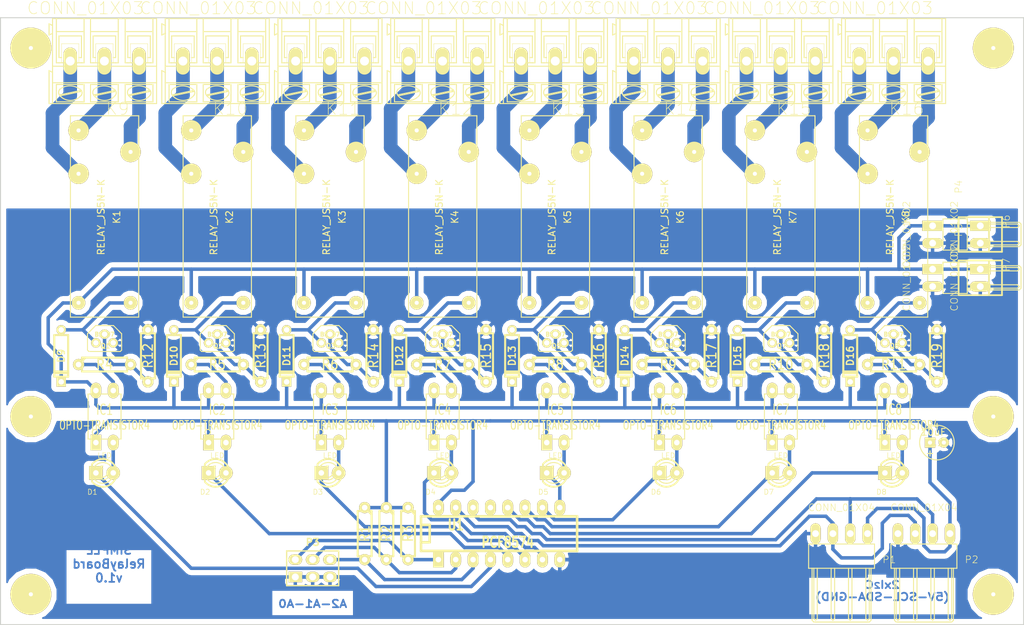
<source format=kicad_pcb>
(kicad_pcb (version 3) (host pcbnew "(2013-07-07 BZR 4022)-stable")
  (layers (15 F.Cu signal) (0 B.Cu signal) (18 B.Paste user) (19 F.Paste user) (20 B.SilkS user) (21 F.SilkS user) (22 B.Mask user) (23 F.Mask user) (28 Edge.Cuts user))
  (net 0 "")
  (net 1 +5V)
  (net 2 +5VD)
  (net 3 DGND)
  (net 4 GND)
  (net 5 N-000001)
  (net 6 N-0000010)
  (net 7 N-0000011)
  (net 8 N-0000012)
  (net 9 N-0000013)
  (net 10 N-0000014)
  (net 11 N-0000015)
  (net 12 N-0000016)
  (net 13 N-0000017)
  (net 14 N-0000018)
  (net 15 N-0000019)
  (net 16 N-000002)
  (net 17 N-0000020)
  (net 18 N-0000021)
  (net 19 N-0000022)
  (net 20 N-0000023)
  (net 21 N-0000024)
  (net 22 N-0000025)
  (net 23 N-0000026)
  (net 24 N-0000027)
  (net 25 N-0000028)
  (net 26 N-0000029)
  (net 27 N-000003)
  (net 28 N-0000030)
  (net 29 N-0000031)
  (net 30 N-0000032)
  (net 31 N-0000033)
  (net 32 N-0000035)
  (net 33 N-0000036)
  (net 34 N-0000037)
  (net 35 N-0000038)
  (net 36 N-0000039)
  (net 37 N-000004)
  (net 38 N-0000040)
  (net 39 N-0000041)
  (net 40 N-0000042)
  (net 41 N-0000043)
  (net 42 N-0000044)
  (net 43 N-0000045)
  (net 44 N-0000046)
  (net 45 N-0000047)
  (net 46 N-0000048)
  (net 47 N-0000049)
  (net 48 N-000005)
  (net 49 N-0000050)
  (net 50 N-0000051)
  (net 51 N-0000052)
  (net 52 N-0000053)
  (net 53 N-0000054)
  (net 54 N-0000055)
  (net 55 N-0000056)
  (net 56 N-0000057)
  (net 57 N-0000058)
  (net 58 N-0000059)
  (net 59 N-000006)
  (net 60 N-0000060)
  (net 61 N-0000061)
  (net 62 N-0000062)
  (net 63 N-0000063)
  (net 64 N-0000064)
  (net 65 N-0000066)
  (net 66 N-0000067)
  (net 67 N-0000068)
  (net 68 N-0000069)
  (net 69 N-000007)
  (net 70 N-0000070)
  (net 71 N-0000071)
  (net 72 N-000008)
  (net 73 N-000009)
  (module D3 (layer F.Cu) (at 93.98 161.29 270)
    (fp_text reference D9 (at 0 0 270) (layer F.SilkS) (effects (font (size 1.016 1.016) (thickness 0.2032))))
    (fp_text value 1N4148 hide)
    (pad 2 thru_hole rect (at 3.81 0 270) (size 1.397 1.397) (drill 0.8128) (layers *.Cu *.Mask F.SilkS) (net 2 +5VD))
    (pad 1 thru_hole circle (at -3.81 0 270) (size 1.397 1.397) (drill 0.8128) (layers *.Cu *.Mask F.SilkS) (net 63 N-0000063))
  )
  (module TO92PN (layer F.Cu) (at 149.86 158.75 180)
    (fp_text reference Q4 (at -0.1 -1.1 180) (layer F.SilkS) (effects (font (size 0.7 0.7))))
    (fp_text value BS107 (at 0 0.6 180) (layer F.SilkS) (effects (font (size 0.6 0.6))))
    (pad 1 thru_hole circle (at 1.27 -0.635 180) (size 1.4 1.4) (drill 0.8) (layers *.Cu *.Mask F.SilkS) (net 56 N-0000057))
    (pad 2 thru_hole circle (at 0 0.635 180) (size 1.4 1.4) (drill 0.8) (layers *.Cu *.Mask F.SilkS) (net 66 N-0000067))
    (pad 3 thru_hole circle (at -1.27 -0.635 180) (size 1.4 1.4) (drill 0.8) (layers *.Cu *.Mask F.SilkS) (net 3 DGND))
  )
  (module TO92PN (layer F.Cu) (at 199.39 158.75 180)
    (fp_text reference Q7 (at -0.1 -1.1 180) (layer F.SilkS) (effects (font (size 0.7 0.7))))
    (fp_text value BS107 (at 0 0.6 180) (layer F.SilkS) (effects (font (size 0.6 0.6))))
    (pad 1 thru_hole circle (at 1.27 -0.635 180) (size 1.4 1.4) (drill 0.8) (layers *.Cu *.Mask F.SilkS) (net 60 N-0000060))
    (pad 2 thru_hole circle (at 0 0.635 180) (size 1.4 1.4) (drill 0.8) (layers *.Cu *.Mask F.SilkS) (net 52 N-0000053))
    (pad 3 thru_hole circle (at -1.27 -0.635 180) (size 1.4 1.4) (drill 0.8) (layers *.Cu *.Mask F.SilkS) (net 3 DGND))
  )
  (module TO92PN (layer F.Cu) (at 215.9 158.75 180)
    (fp_text reference Q8 (at -0.1 -1.1 180) (layer F.SilkS) (effects (font (size 0.7 0.7))))
    (fp_text value BS107 (at 0 0.6 180) (layer F.SilkS) (effects (font (size 0.6 0.6))))
    (pad 1 thru_hole circle (at 1.27 -0.635 180) (size 1.4 1.4) (drill 0.8) (layers *.Cu *.Mask F.SilkS) (net 61 N-0000061))
    (pad 2 thru_hole circle (at 0 0.635 180) (size 1.4 1.4) (drill 0.8) (layers *.Cu *.Mask F.SilkS) (net 62 N-0000062))
    (pad 3 thru_hole circle (at -1.27 -0.635 180) (size 1.4 1.4) (drill 0.8) (layers *.Cu *.Mask F.SilkS) (net 3 DGND))
  )
  (module TO92PN (layer F.Cu) (at 133.35 158.75 180)
    (fp_text reference Q3 (at -0.1 -1.1 180) (layer F.SilkS) (effects (font (size 0.7 0.7))))
    (fp_text value BS107 (at 0 0.6 180) (layer F.SilkS) (effects (font (size 0.6 0.6))))
    (pad 1 thru_hole circle (at 1.27 -0.635 180) (size 1.4 1.4) (drill 0.8) (layers *.Cu *.Mask F.SilkS) (net 55 N-0000056))
    (pad 2 thru_hole circle (at 0 0.635 180) (size 1.4 1.4) (drill 0.8) (layers *.Cu *.Mask F.SilkS) (net 65 N-0000066))
    (pad 3 thru_hole circle (at -1.27 -0.635 180) (size 1.4 1.4) (drill 0.8) (layers *.Cu *.Mask F.SilkS) (net 3 DGND))
  )
  (module TO92PN (layer F.Cu) (at 182.88 158.75 180)
    (fp_text reference Q6 (at -0.1 -1.1 180) (layer F.SilkS) (effects (font (size 0.7 0.7))))
    (fp_text value BS107 (at 0 0.6 180) (layer F.SilkS) (effects (font (size 0.6 0.6))))
    (pad 1 thru_hole circle (at 1.27 -0.635 180) (size 1.4 1.4) (drill 0.8) (layers *.Cu *.Mask F.SilkS) (net 58 N-0000059))
    (pad 2 thru_hole circle (at 0 0.635 180) (size 1.4 1.4) (drill 0.8) (layers *.Cu *.Mask F.SilkS) (net 51 N-0000052))
    (pad 3 thru_hole circle (at -1.27 -0.635 180) (size 1.4 1.4) (drill 0.8) (layers *.Cu *.Mask F.SilkS) (net 3 DGND))
  )
  (module TO92PN (layer F.Cu) (at 100.33 158.75 180)
    (fp_text reference Q1 (at -0.1 -1.1 180) (layer F.SilkS) (effects (font (size 0.7 0.7))))
    (fp_text value BS107 (at 0 0.6 180) (layer F.SilkS) (effects (font (size 0.6 0.6))))
    (pad 1 thru_hole circle (at 1.27 -0.635 180) (size 1.4 1.4) (drill 0.8) (layers *.Cu *.Mask F.SilkS) (net 63 N-0000063))
    (pad 2 thru_hole circle (at 0 0.635 180) (size 1.4 1.4) (drill 0.8) (layers *.Cu *.Mask F.SilkS) (net 64 N-0000064))
    (pad 3 thru_hole circle (at -1.27 -0.635 180) (size 1.4 1.4) (drill 0.8) (layers *.Cu *.Mask F.SilkS) (net 3 DGND))
  )
  (module TO92PN (layer F.Cu) (at 116.84 158.75 180)
    (fp_text reference Q2 (at -0.1 -1.1 180) (layer F.SilkS) (effects (font (size 0.7 0.7))))
    (fp_text value BS107 (at 0 0.6 180) (layer F.SilkS) (effects (font (size 0.6 0.6))))
    (pad 1 thru_hole circle (at 1.27 -0.635 180) (size 1.4 1.4) (drill 0.8) (layers *.Cu *.Mask F.SilkS) (net 54 N-0000055))
    (pad 2 thru_hole circle (at 0 0.635 180) (size 1.4 1.4) (drill 0.8) (layers *.Cu *.Mask F.SilkS) (net 67 N-0000068))
    (pad 3 thru_hole circle (at -1.27 -0.635 180) (size 1.4 1.4) (drill 0.8) (layers *.Cu *.Mask F.SilkS) (net 3 DGND))
  )
  (module TO92PN (layer F.Cu) (at 166.37 158.75 180)
    (fp_text reference Q5 (at -0.1 -1.1 180) (layer F.SilkS) (effects (font (size 0.7 0.7))))
    (fp_text value BS107 (at 0 0.6 180) (layer F.SilkS) (effects (font (size 0.6 0.6))))
    (pad 1 thru_hole circle (at 1.27 -0.635 180) (size 1.4 1.4) (drill 0.8) (layers *.Cu *.Mask F.SilkS) (net 57 N-0000058))
    (pad 2 thru_hole circle (at 0 0.635 180) (size 1.4 1.4) (drill 0.8) (layers *.Cu *.Mask F.SilkS) (net 53 N-0000054))
    (pad 3 thru_hole circle (at -1.27 -0.635 180) (size 1.4 1.4) (drill 0.8) (layers *.Cu *.Mask F.SilkS) (net 3 DGND))
  )
  (module R3-LARGE_PADS (layer F.Cu) (at 172.72 161.29 90)
    (fp_text reference R16 (at 0 0 90) (layer F.SilkS) (effects (font (size 1.397 1.27) (thickness 0.2032))))
    (fp_text value 100k hide)
    (pad 1 thru_hole circle (at -3.81 0 90) (size 1.651 1.651) (drill 0.8128) (layers *.Cu *.Mask F.SilkS) (net 53 N-0000054))
    (pad 2 thru_hole circle (at 3.81 0 90) (size 1.651 1.651) (drill 0.8128) (layers *.Cu *.Mask F.SilkS) (net 3 DGND))
  )
  (module R3-LARGE_PADS (layer F.Cu) (at 138.43 187.325 270)
    (fp_text reference R1 (at 0 0 270) (layer F.SilkS) (effects (font (size 1.397 1.27) (thickness 0.2032))))
    (fp_text value 10k hide)
    (pad 1 thru_hole circle (at -3.81 0 270) (size 1.651 1.651) (drill 0.8128) (layers *.Cu *.Mask F.SilkS) (net 1 +5V))
    (pad 2 thru_hole circle (at 3.81 0 270) (size 1.651 1.651) (drill 0.8128) (layers *.Cu *.Mask F.SilkS) (net 68 N-0000069))
  )
  (module R3-LARGE_PADS (layer F.Cu) (at 149.86 162.56)
    (fp_text reference R7 (at 0 0) (layer F.SilkS) (effects (font (size 1.397 1.27) (thickness 0.2032))))
    (fp_text value 1k hide)
    (pad 1 thru_hole circle (at -3.81 0) (size 1.651 1.651) (drill 0.8128) (layers *.Cu *.Mask F.SilkS) (net 42 N-0000044))
    (pad 2 thru_hole circle (at 3.81 0) (size 1.651 1.651) (drill 0.8128) (layers *.Cu *.Mask F.SilkS) (net 66 N-0000067))
  )
  (module R3-LARGE_PADS (layer F.Cu) (at 156.21 161.29 90)
    (fp_text reference R15 (at 0 0 90) (layer F.SilkS) (effects (font (size 1.397 1.27) (thickness 0.2032))))
    (fp_text value 100k hide)
    (pad 1 thru_hole circle (at -3.81 0 90) (size 1.651 1.651) (drill 0.8128) (layers *.Cu *.Mask F.SilkS) (net 66 N-0000067))
    (pad 2 thru_hole circle (at 3.81 0 90) (size 1.651 1.651) (drill 0.8128) (layers *.Cu *.Mask F.SilkS) (net 3 DGND))
  )
  (module R3-LARGE_PADS (layer F.Cu) (at 141.605 187.325 270)
    (fp_text reference R2 (at 0 0 270) (layer F.SilkS) (effects (font (size 1.397 1.27) (thickness 0.2032))))
    (fp_text value 10k hide)
    (pad 1 thru_hole circle (at -3.81 0 270) (size 1.651 1.651) (drill 0.8128) (layers *.Cu *.Mask F.SilkS) (net 1 +5V))
    (pad 2 thru_hole circle (at 3.81 0 270) (size 1.651 1.651) (drill 0.8128) (layers *.Cu *.Mask F.SilkS) (net 71 N-0000071))
  )
  (module R3-LARGE_PADS (layer F.Cu) (at 144.78 187.325 270)
    (fp_text reference R3 (at 0 0 270) (layer F.SilkS) (effects (font (size 1.397 1.27) (thickness 0.2032))))
    (fp_text value 10k hide)
    (pad 1 thru_hole circle (at -3.81 0 270) (size 1.651 1.651) (drill 0.8128) (layers *.Cu *.Mask F.SilkS) (net 1 +5V))
    (pad 2 thru_hole circle (at 3.81 0 270) (size 1.651 1.651) (drill 0.8128) (layers *.Cu *.Mask F.SilkS) (net 70 N-0000070))
  )
  (module R3-LARGE_PADS (layer F.Cu) (at 166.37 162.56)
    (fp_text reference R8 (at 0 0) (layer F.SilkS) (effects (font (size 1.397 1.27) (thickness 0.2032))))
    (fp_text value 1k hide)
    (pad 1 thru_hole circle (at -3.81 0) (size 1.651 1.651) (drill 0.8128) (layers *.Cu *.Mask F.SilkS) (net 73 N-000009))
    (pad 2 thru_hole circle (at 3.81 0) (size 1.651 1.651) (drill 0.8128) (layers *.Cu *.Mask F.SilkS) (net 53 N-0000054))
  )
  (module R3-LARGE_PADS (layer F.Cu) (at 139.7 161.29 90)
    (fp_text reference R14 (at 0 0 90) (layer F.SilkS) (effects (font (size 1.397 1.27) (thickness 0.2032))))
    (fp_text value 100k hide)
    (pad 1 thru_hole circle (at -3.81 0 90) (size 1.651 1.651) (drill 0.8128) (layers *.Cu *.Mask F.SilkS) (net 65 N-0000066))
    (pad 2 thru_hole circle (at 3.81 0 90) (size 1.651 1.651) (drill 0.8128) (layers *.Cu *.Mask F.SilkS) (net 3 DGND))
  )
  (module R3-LARGE_PADS (layer F.Cu) (at 222.25 161.29 90)
    (fp_text reference R19 (at 0 0 90) (layer F.SilkS) (effects (font (size 1.397 1.27) (thickness 0.2032))))
    (fp_text value 100k hide)
    (pad 1 thru_hole circle (at -3.81 0 90) (size 1.651 1.651) (drill 0.8128) (layers *.Cu *.Mask F.SilkS) (net 62 N-0000062))
    (pad 2 thru_hole circle (at 3.81 0 90) (size 1.651 1.651) (drill 0.8128) (layers *.Cu *.Mask F.SilkS) (net 3 DGND))
  )
  (module R3-LARGE_PADS (layer F.Cu) (at 182.88 162.56)
    (fp_text reference R9 (at 0 0) (layer F.SilkS) (effects (font (size 1.397 1.27) (thickness 0.2032))))
    (fp_text value 1k hide)
    (pad 1 thru_hole circle (at -3.81 0) (size 1.651 1.651) (drill 0.8128) (layers *.Cu *.Mask F.SilkS) (net 9 N-0000013))
    (pad 2 thru_hole circle (at 3.81 0) (size 1.651 1.651) (drill 0.8128) (layers *.Cu *.Mask F.SilkS) (net 51 N-0000052))
  )
  (module R3-LARGE_PADS (layer F.Cu) (at 189.23 161.29 90)
    (fp_text reference R17 (at 0 0 90) (layer F.SilkS) (effects (font (size 1.397 1.27) (thickness 0.2032))))
    (fp_text value 100k hide)
    (pad 1 thru_hole circle (at -3.81 0 90) (size 1.651 1.651) (drill 0.8128) (layers *.Cu *.Mask F.SilkS) (net 51 N-0000052))
    (pad 2 thru_hole circle (at 3.81 0 90) (size 1.651 1.651) (drill 0.8128) (layers *.Cu *.Mask F.SilkS) (net 3 DGND))
  )
  (module R3-LARGE_PADS (layer F.Cu) (at 215.9 162.56)
    (fp_text reference R11 (at 0 0) (layer F.SilkS) (effects (font (size 1.397 1.27) (thickness 0.2032))))
    (fp_text value 1k hide)
    (pad 1 thru_hole circle (at -3.81 0) (size 1.651 1.651) (drill 0.8128) (layers *.Cu *.Mask F.SilkS) (net 59 N-000006))
    (pad 2 thru_hole circle (at 3.81 0) (size 1.651 1.651) (drill 0.8128) (layers *.Cu *.Mask F.SilkS) (net 62 N-0000062))
  )
  (module R3-LARGE_PADS (layer F.Cu) (at 199.39 162.56)
    (fp_text reference R10 (at 0 0) (layer F.SilkS) (effects (font (size 1.397 1.27) (thickness 0.2032))))
    (fp_text value 1k hide)
    (pad 1 thru_hole circle (at -3.81 0) (size 1.651 1.651) (drill 0.8128) (layers *.Cu *.Mask F.SilkS) (net 5 N-000001))
    (pad 2 thru_hole circle (at 3.81 0) (size 1.651 1.651) (drill 0.8128) (layers *.Cu *.Mask F.SilkS) (net 52 N-0000053))
  )
  (module R3-LARGE_PADS (layer F.Cu) (at 205.74 161.29 90)
    (fp_text reference R18 (at 0 0 90) (layer F.SilkS) (effects (font (size 1.397 1.27) (thickness 0.2032))))
    (fp_text value 100k hide)
    (pad 1 thru_hole circle (at -3.81 0 90) (size 1.651 1.651) (drill 0.8128) (layers *.Cu *.Mask F.SilkS) (net 52 N-0000053))
    (pad 2 thru_hole circle (at 3.81 0 90) (size 1.651 1.651) (drill 0.8128) (layers *.Cu *.Mask F.SilkS) (net 3 DGND))
  )
  (module R3-LARGE_PADS (layer F.Cu) (at 133.35 162.56)
    (fp_text reference R6 (at 0 0) (layer F.SilkS) (effects (font (size 1.397 1.27) (thickness 0.2032))))
    (fp_text value 1k hide)
    (pad 1 thru_hole circle (at -3.81 0) (size 1.651 1.651) (drill 0.8128) (layers *.Cu *.Mask F.SilkS) (net 41 N-0000043))
    (pad 2 thru_hole circle (at 3.81 0) (size 1.651 1.651) (drill 0.8128) (layers *.Cu *.Mask F.SilkS) (net 65 N-0000066))
  )
  (module R3-LARGE_PADS (layer F.Cu) (at 123.19 161.29 90)
    (fp_text reference R13 (at 0 0 90) (layer F.SilkS) (effects (font (size 1.397 1.27) (thickness 0.2032))))
    (fp_text value 100k hide)
    (pad 1 thru_hole circle (at -3.81 0 90) (size 1.651 1.651) (drill 0.8128) (layers *.Cu *.Mask F.SilkS) (net 67 N-0000068))
    (pad 2 thru_hole circle (at 3.81 0 90) (size 1.651 1.651) (drill 0.8128) (layers *.Cu *.Mask F.SilkS) (net 3 DGND))
  )
  (module R3-LARGE_PADS (layer F.Cu) (at 116.84 162.56)
    (fp_text reference R5 (at 0 0) (layer F.SilkS) (effects (font (size 1.397 1.27) (thickness 0.2032))))
    (fp_text value 1k hide)
    (pad 1 thru_hole circle (at -3.81 0) (size 1.651 1.651) (drill 0.8128) (layers *.Cu *.Mask F.SilkS) (net 50 N-0000051))
    (pad 2 thru_hole circle (at 3.81 0) (size 1.651 1.651) (drill 0.8128) (layers *.Cu *.Mask F.SilkS) (net 67 N-0000068))
  )
  (module R3-LARGE_PADS (layer F.Cu) (at 106.68 161.29 90)
    (fp_text reference R12 (at 0 0 90) (layer F.SilkS) (effects (font (size 1.397 1.27) (thickness 0.2032))))
    (fp_text value 100k hide)
    (pad 1 thru_hole circle (at -3.81 0 90) (size 1.651 1.651) (drill 0.8128) (layers *.Cu *.Mask F.SilkS) (net 64 N-0000064))
    (pad 2 thru_hole circle (at 3.81 0 90) (size 1.651 1.651) (drill 0.8128) (layers *.Cu *.Mask F.SilkS) (net 3 DGND))
  )
  (module R3-LARGE_PADS (layer F.Cu) (at 100.33 162.56)
    (fp_text reference R4 (at 0 0) (layer F.SilkS) (effects (font (size 1.397 1.27) (thickness 0.2032))))
    (fp_text value 1k hide)
    (pad 1 thru_hole circle (at -3.81 0) (size 1.651 1.651) (drill 0.8128) (layers *.Cu *.Mask F.SilkS) (net 45 N-0000047))
    (pad 2 thru_hole circle (at 3.81 0) (size 1.651 1.651) (drill 0.8128) (layers *.Cu *.Mask F.SilkS) (net 64 N-0000064))
  )
  (module DIP-4__300_ELL (layer F.Cu) (at 215.9 170.18)
    (fp_text reference IC8 (at 0 -1.016) (layer F.SilkS) (effects (font (size 1.524 1.016) (thickness 0.1524))))
    (fp_text value OPTO-TRANSISTOR4 (at 0 1.27) (layer F.SilkS) (effects (font (size 1.27 0.889) (thickness 0.1524))))
    (pad 1 thru_hole rect (at -1.27 3.81) (size 1.5748 2.286) (drill 0.8128) (layers *.Cu *.Mask F.SilkS) (net 1 +5V))
    (pad 2 thru_hole oval (at 1.27 3.81) (size 1.5748 2.286) (drill 0.8128) (layers *.Cu *.Mask F.SilkS) (net 26 N-0000029))
    (pad 3 thru_hole oval (at 1.27 -3.81) (size 1.5748 2.286) (drill 0.8128) (layers *.Cu *.Mask F.SilkS) (net 59 N-000006))
    (pad 4 thru_hole oval (at -1.27 -3.81) (size 1.5748 2.286) (drill 0.8128) (layers *.Cu *.Mask F.SilkS) (net 2 +5VD))
  )
  (module DIP-4__300_ELL (layer F.Cu) (at 100.33 170.18)
    (fp_text reference IC1 (at 0 -1.016) (layer F.SilkS) (effects (font (size 1.524 1.016) (thickness 0.1524))))
    (fp_text value OPTO-TRANSISTOR4 (at 0 1.27) (layer F.SilkS) (effects (font (size 1.27 0.889) (thickness 0.1524))))
    (pad 1 thru_hole rect (at -1.27 3.81) (size 1.5748 2.286) (drill 0.8128) (layers *.Cu *.Mask F.SilkS) (net 1 +5V))
    (pad 2 thru_hole oval (at 1.27 3.81) (size 1.5748 2.286) (drill 0.8128) (layers *.Cu *.Mask F.SilkS) (net 30 N-0000032))
    (pad 3 thru_hole oval (at 1.27 -3.81) (size 1.5748 2.286) (drill 0.8128) (layers *.Cu *.Mask F.SilkS) (net 45 N-0000047))
    (pad 4 thru_hole oval (at -1.27 -3.81) (size 1.5748 2.286) (drill 0.8128) (layers *.Cu *.Mask F.SilkS) (net 2 +5VD))
  )
  (module DIP-4__300_ELL (layer F.Cu) (at 116.84 170.18)
    (fp_text reference IC2 (at 0 -1.016) (layer F.SilkS) (effects (font (size 1.524 1.016) (thickness 0.1524))))
    (fp_text value OPTO-TRANSISTOR4 (at 0 1.27) (layer F.SilkS) (effects (font (size 1.27 0.889) (thickness 0.1524))))
    (pad 1 thru_hole rect (at -1.27 3.81) (size 1.5748 2.286) (drill 0.8128) (layers *.Cu *.Mask F.SilkS) (net 1 +5V))
    (pad 2 thru_hole oval (at 1.27 3.81) (size 1.5748 2.286) (drill 0.8128) (layers *.Cu *.Mask F.SilkS) (net 46 N-0000048))
    (pad 3 thru_hole oval (at 1.27 -3.81) (size 1.5748 2.286) (drill 0.8128) (layers *.Cu *.Mask F.SilkS) (net 50 N-0000051))
    (pad 4 thru_hole oval (at -1.27 -3.81) (size 1.5748 2.286) (drill 0.8128) (layers *.Cu *.Mask F.SilkS) (net 2 +5VD))
  )
  (module DIP-4__300_ELL (layer F.Cu) (at 133.35 170.18)
    (fp_text reference IC3 (at 0 -1.016) (layer F.SilkS) (effects (font (size 1.524 1.016) (thickness 0.1524))))
    (fp_text value OPTO-TRANSISTOR4 (at 0 1.27) (layer F.SilkS) (effects (font (size 1.27 0.889) (thickness 0.1524))))
    (pad 1 thru_hole rect (at -1.27 3.81) (size 1.5748 2.286) (drill 0.8128) (layers *.Cu *.Mask F.SilkS) (net 1 +5V))
    (pad 2 thru_hole oval (at 1.27 3.81) (size 1.5748 2.286) (drill 0.8128) (layers *.Cu *.Mask F.SilkS) (net 49 N-0000050))
    (pad 3 thru_hole oval (at 1.27 -3.81) (size 1.5748 2.286) (drill 0.8128) (layers *.Cu *.Mask F.SilkS) (net 41 N-0000043))
    (pad 4 thru_hole oval (at -1.27 -3.81) (size 1.5748 2.286) (drill 0.8128) (layers *.Cu *.Mask F.SilkS) (net 2 +5VD))
  )
  (module DIP-4__300_ELL (layer F.Cu) (at 149.86 170.18)
    (fp_text reference IC4 (at 0 -1.016) (layer F.SilkS) (effects (font (size 1.524 1.016) (thickness 0.1524))))
    (fp_text value OPTO-TRANSISTOR4 (at 0 1.27) (layer F.SilkS) (effects (font (size 1.27 0.889) (thickness 0.1524))))
    (pad 1 thru_hole rect (at -1.27 3.81) (size 1.5748 2.286) (drill 0.8128) (layers *.Cu *.Mask F.SilkS) (net 1 +5V))
    (pad 2 thru_hole oval (at 1.27 3.81) (size 1.5748 2.286) (drill 0.8128) (layers *.Cu *.Mask F.SilkS) (net 47 N-0000049))
    (pad 3 thru_hole oval (at 1.27 -3.81) (size 1.5748 2.286) (drill 0.8128) (layers *.Cu *.Mask F.SilkS) (net 42 N-0000044))
    (pad 4 thru_hole oval (at -1.27 -3.81) (size 1.5748 2.286) (drill 0.8128) (layers *.Cu *.Mask F.SilkS) (net 2 +5VD))
  )
  (module DIP-4__300_ELL (layer F.Cu) (at 166.37 170.18)
    (fp_text reference IC5 (at 0 -1.016) (layer F.SilkS) (effects (font (size 1.524 1.016) (thickness 0.1524))))
    (fp_text value OPTO-TRANSISTOR4 (at 0 1.27) (layer F.SilkS) (effects (font (size 1.27 0.889) (thickness 0.1524))))
    (pad 1 thru_hole rect (at -1.27 3.81) (size 1.5748 2.286) (drill 0.8128) (layers *.Cu *.Mask F.SilkS) (net 1 +5V))
    (pad 2 thru_hole oval (at 1.27 3.81) (size 1.5748 2.286) (drill 0.8128) (layers *.Cu *.Mask F.SilkS) (net 23 N-0000026))
    (pad 3 thru_hole oval (at 1.27 -3.81) (size 1.5748 2.286) (drill 0.8128) (layers *.Cu *.Mask F.SilkS) (net 73 N-000009))
    (pad 4 thru_hole oval (at -1.27 -3.81) (size 1.5748 2.286) (drill 0.8128) (layers *.Cu *.Mask F.SilkS) (net 2 +5VD))
  )
  (module DIP-4__300_ELL (layer F.Cu) (at 182.88 170.18)
    (fp_text reference IC6 (at 0 -1.016) (layer F.SilkS) (effects (font (size 1.524 1.016) (thickness 0.1524))))
    (fp_text value OPTO-TRANSISTOR4 (at 0 1.27) (layer F.SilkS) (effects (font (size 1.27 0.889) (thickness 0.1524))))
    (pad 1 thru_hole rect (at -1.27 3.81) (size 1.5748 2.286) (drill 0.8128) (layers *.Cu *.Mask F.SilkS) (net 1 +5V))
    (pad 2 thru_hole oval (at 1.27 3.81) (size 1.5748 2.286) (drill 0.8128) (layers *.Cu *.Mask F.SilkS) (net 24 N-0000027))
    (pad 3 thru_hole oval (at 1.27 -3.81) (size 1.5748 2.286) (drill 0.8128) (layers *.Cu *.Mask F.SilkS) (net 9 N-0000013))
    (pad 4 thru_hole oval (at -1.27 -3.81) (size 1.5748 2.286) (drill 0.8128) (layers *.Cu *.Mask F.SilkS) (net 2 +5VD))
  )
  (module DIP-4__300_ELL (layer F.Cu) (at 199.39 170.18)
    (fp_text reference IC7 (at 0 -1.016) (layer F.SilkS) (effects (font (size 1.524 1.016) (thickness 0.1524))))
    (fp_text value OPTO-TRANSISTOR4 (at 0 1.27) (layer F.SilkS) (effects (font (size 1.27 0.889) (thickness 0.1524))))
    (pad 1 thru_hole rect (at -1.27 3.81) (size 1.5748 2.286) (drill 0.8128) (layers *.Cu *.Mask F.SilkS) (net 1 +5V))
    (pad 2 thru_hole oval (at 1.27 3.81) (size 1.5748 2.286) (drill 0.8128) (layers *.Cu *.Mask F.SilkS) (net 25 N-0000028))
    (pad 3 thru_hole oval (at 1.27 -3.81) (size 1.5748 2.286) (drill 0.8128) (layers *.Cu *.Mask F.SilkS) (net 5 N-000001))
    (pad 4 thru_hole oval (at -1.27 -3.81) (size 1.5748 2.286) (drill 0.8128) (layers *.Cu *.Mask F.SilkS) (net 2 +5VD))
  )
  (module DIP-16__300_ELL (layer F.Cu) (at 158.115 187.325)
    (fp_text reference U1 (at -6.35 -1.27) (layer F.SilkS) (effects (font (size 1.524 1.143) (thickness 0.3048))))
    (fp_text value PCF8574 (at 1.27 1.27) (layer F.SilkS) (effects (font (size 1.524 1.143) (thickness 0.3048))))
    (pad 1 thru_hole rect (at -8.89 3.81) (size 1.5748 2.286) (drill 0.8128) (layers *.Cu *.Mask F.SilkS) (net 70 N-0000070))
    (pad 2 thru_hole oval (at -6.35 3.81) (size 1.5748 2.286) (drill 0.8128) (layers *.Cu *.Mask F.SilkS) (net 71 N-0000071))
    (pad 3 thru_hole oval (at -3.81 3.81) (size 1.5748 2.286) (drill 0.8128) (layers *.Cu *.Mask F.SilkS) (net 68 N-0000069))
    (pad 4 thru_hole oval (at -1.27 3.81) (size 1.5748 2.286) (drill 0.8128) (layers *.Cu *.Mask F.SilkS) (net 21 N-0000024))
    (pad 5 thru_hole oval (at 1.27 3.81) (size 1.5748 2.286) (drill 0.8128) (layers *.Cu *.Mask F.SilkS) (net 20 N-0000023))
    (pad 6 thru_hole oval (at 3.81 3.81) (size 1.5748 2.286) (drill 0.8128) (layers *.Cu *.Mask F.SilkS) (net 13 N-0000017))
    (pad 7 thru_hole oval (at 6.35 3.81) (size 1.5748 2.286) (drill 0.8128) (layers *.Cu *.Mask F.SilkS) (net 19 N-0000022))
    (pad 8 thru_hole oval (at 8.89 3.81) (size 1.5748 2.286) (drill 0.8128) (layers *.Cu *.Mask F.SilkS) (net 4 GND))
    (pad 9 thru_hole oval (at 8.89 -3.81) (size 1.5748 2.286) (drill 0.8128) (layers *.Cu *.Mask F.SilkS) (net 18 N-0000021))
    (pad 10 thru_hole oval (at 6.35 -3.81) (size 1.5748 2.286) (drill 0.8128) (layers *.Cu *.Mask F.SilkS) (net 17 N-0000020))
    (pad 11 thru_hole oval (at 3.81 -3.81) (size 1.5748 2.286) (drill 0.8128) (layers *.Cu *.Mask F.SilkS) (net 15 N-0000019))
    (pad 12 thru_hole oval (at 1.27 -3.81) (size 1.5748 2.286) (drill 0.8128) (layers *.Cu *.Mask F.SilkS) (net 14 N-0000018))
    (pad 13 thru_hole oval (at -1.27 -3.81) (size 1.5748 2.286) (drill 0.8128) (layers *.Cu *.Mask F.SilkS))
    (pad 14 thru_hole oval (at -3.81 -3.81) (size 1.5748 2.286) (drill 0.8128) (layers *.Cu *.Mask F.SilkS) (net 32 N-0000035))
    (pad 15 thru_hole oval (at -6.35 -3.81) (size 1.5748 2.286) (drill 0.8128) (layers *.Cu *.Mask F.SilkS) (net 33 N-0000036))
    (pad 16 thru_hole oval (at -8.89 -3.81) (size 1.5748 2.286) (drill 0.8128) (layers *.Cu *.Mask F.SilkS) (net 1 +5V))
  )
  (module D3 (layer F.Cu) (at 209.55 161.29 270)
    (fp_text reference D16 (at 0 0 270) (layer F.SilkS) (effects (font (size 1.016 1.016) (thickness 0.2032))))
    (fp_text value 1N4148 hide)
    (pad 2 thru_hole rect (at 3.81 0 270) (size 1.397 1.397) (drill 0.8128) (layers *.Cu *.Mask F.SilkS) (net 2 +5VD))
    (pad 1 thru_hole circle (at -3.81 0 270) (size 1.397 1.397) (drill 0.8128) (layers *.Cu *.Mask F.SilkS) (net 61 N-0000061))
  )
  (module D3 (layer F.Cu) (at 193.04 161.29 270)
    (fp_text reference D15 (at 0 0 270) (layer F.SilkS) (effects (font (size 1.016 1.016) (thickness 0.2032))))
    (fp_text value 1N4148 hide)
    (pad 2 thru_hole rect (at 3.81 0 270) (size 1.397 1.397) (drill 0.8128) (layers *.Cu *.Mask F.SilkS) (net 2 +5VD))
    (pad 1 thru_hole circle (at -3.81 0 270) (size 1.397 1.397) (drill 0.8128) (layers *.Cu *.Mask F.SilkS) (net 60 N-0000060))
  )
  (module D3 (layer F.Cu) (at 176.53 161.29 270)
    (fp_text reference D14 (at 0 0 270) (layer F.SilkS) (effects (font (size 1.016 1.016) (thickness 0.2032))))
    (fp_text value 1N4148 hide)
    (pad 2 thru_hole rect (at 3.81 0 270) (size 1.397 1.397) (drill 0.8128) (layers *.Cu *.Mask F.SilkS) (net 2 +5VD))
    (pad 1 thru_hole circle (at -3.81 0 270) (size 1.397 1.397) (drill 0.8128) (layers *.Cu *.Mask F.SilkS) (net 58 N-0000059))
  )
  (module D3 (layer F.Cu) (at 160.02 161.29 270)
    (fp_text reference D13 (at 0 0 270) (layer F.SilkS) (effects (font (size 1.016 1.016) (thickness 0.2032))))
    (fp_text value 1N4148 hide)
    (pad 2 thru_hole rect (at 3.81 0 270) (size 1.397 1.397) (drill 0.8128) (layers *.Cu *.Mask F.SilkS) (net 2 +5VD))
    (pad 1 thru_hole circle (at -3.81 0 270) (size 1.397 1.397) (drill 0.8128) (layers *.Cu *.Mask F.SilkS) (net 57 N-0000058))
  )
  (module D3 (layer F.Cu) (at 143.51 161.29 270)
    (fp_text reference D12 (at 0 0 270) (layer F.SilkS) (effects (font (size 1.016 1.016) (thickness 0.2032))))
    (fp_text value 1N4148 hide)
    (pad 2 thru_hole rect (at 3.81 0 270) (size 1.397 1.397) (drill 0.8128) (layers *.Cu *.Mask F.SilkS) (net 2 +5VD))
    (pad 1 thru_hole circle (at -3.81 0 270) (size 1.397 1.397) (drill 0.8128) (layers *.Cu *.Mask F.SilkS) (net 56 N-0000057))
  )
  (module D3 (layer F.Cu) (at 127 161.29 270)
    (fp_text reference D11 (at 0 0 270) (layer F.SilkS) (effects (font (size 1.016 1.016) (thickness 0.2032))))
    (fp_text value 1N4148 hide)
    (pad 2 thru_hole rect (at 3.81 0 270) (size 1.397 1.397) (drill 0.8128) (layers *.Cu *.Mask F.SilkS) (net 2 +5VD))
    (pad 1 thru_hole circle (at -3.81 0 270) (size 1.397 1.397) (drill 0.8128) (layers *.Cu *.Mask F.SilkS) (net 55 N-0000056))
  )
  (module D3 (layer F.Cu) (at 110.49 161.29 270)
    (fp_text reference D10 (at 0 0 270) (layer F.SilkS) (effects (font (size 1.016 1.016) (thickness 0.2032))))
    (fp_text value 1N4148 hide)
    (pad 2 thru_hole rect (at 3.81 0 270) (size 1.397 1.397) (drill 0.8128) (layers *.Cu *.Mask F.SilkS) (net 2 +5VD))
    (pad 1 thru_hole circle (at -3.81 0 270) (size 1.397 1.397) (drill 0.8128) (layers *.Cu *.Mask F.SilkS) (net 54 N-0000055))
  )
  (module CP (layer F.Cu) (at 222.25 173.99 180)
    (fp_text reference C1 (at 0 0 180) (layer F.SilkS))
    (fp_text value 10uF (at 0.508 1.524 180) (layer F.SilkS))
    (fp_text user + (at 1.016 -1.524 180) (layer F.SilkS))
    (pad 2 thru_hole circle (at -1.016 0 180) (size 1.5 1.5) (drill 0.6) (layers *.Cu *.Mask F.SilkS) (net 4 GND))
    (pad 1 thru_hole rect (at 1.016 0 180) (size 1.5 1.5) (drill 0.6) (layers *.Cu *.Mask F.SilkS) (net 1 +5V))
  )
  (module AK300-3 (layer F.Cu) (at 97.79 118.11 180)
    (fp_text reference K9 (at -4.445 -6.985 180) (layer F.SilkS) (effects (font (size 1.778 1.778) (thickness 0.0889))))
    (fp_text value CONN_01X03 (at 0.254 7.747 180) (layer F.SilkS) (effects (font (size 1.778 1.778) (thickness 0.0889))))
    (pad 1 thru_hole oval (at -7.5946 0 180) (size 1.9812 3.9624) (drill 1.3208) (layers *.Cu F.Paste F.SilkS F.Mask) (net 22 N-0000025))
    (pad 2 thru_hole oval (at -2.5146 0 180) (size 1.9812 3.9624) (drill 1.3208) (layers *.Cu F.Paste F.SilkS F.Mask) (net 29 N-0000031))
    (pad 3 thru_hole oval (at 2.4892 0 180) (size 1.9812 3.9624) (drill 1.3208) (layers *.Cu F.Paste F.SilkS F.Mask) (net 28 N-0000030))
  )
  (module AK300-3 (layer F.Cu) (at 180.34 118.11 180)
    (fp_text reference K14 (at -4.445 -6.985 180) (layer F.SilkS) (effects (font (size 1.778 1.778) (thickness 0.0889))))
    (fp_text value CONN_01X03 (at 0.254 7.747 180) (layer F.SilkS) (effects (font (size 1.778 1.778) (thickness 0.0889))))
    (pad 1 thru_hole oval (at -7.5946 0 180) (size 1.9812 3.9624) (drill 1.3208) (layers *.Cu F.Paste F.SilkS F.Mask) (net 10 N-0000014))
    (pad 2 thru_hole oval (at -2.5146 0 180) (size 1.9812 3.9624) (drill 1.3208) (layers *.Cu F.Paste F.SilkS F.Mask) (net 6 N-0000010))
    (pad 3 thru_hole oval (at 2.4892 0 180) (size 1.9812 3.9624) (drill 1.3208) (layers *.Cu F.Paste F.SilkS F.Mask) (net 11 N-0000015))
  )
  (module AK300-3 (layer F.Cu) (at 114.3 118.11 180)
    (fp_text reference K10 (at -4.445 -6.985 180) (layer F.SilkS) (effects (font (size 1.778 1.778) (thickness 0.0889))))
    (fp_text value CONN_01X03 (at 0.254 7.747 180) (layer F.SilkS) (effects (font (size 1.778 1.778) (thickness 0.0889))))
    (pad 1 thru_hole oval (at -7.5946 0 180) (size 1.9812 3.9624) (drill 1.3208) (layers *.Cu F.Paste F.SilkS F.Mask) (net 34 N-0000037))
    (pad 2 thru_hole oval (at -2.5146 0 180) (size 1.9812 3.9624) (drill 1.3208) (layers *.Cu F.Paste F.SilkS F.Mask) (net 35 N-0000038))
    (pad 3 thru_hole oval (at 2.4892 0 180) (size 1.9812 3.9624) (drill 1.3208) (layers *.Cu F.Paste F.SilkS F.Mask) (net 44 N-0000046))
  )
  (module AK300-3 (layer F.Cu) (at 130.81 118.11 180)
    (fp_text reference K11 (at -4.445 -6.985 180) (layer F.SilkS) (effects (font (size 1.778 1.778) (thickness 0.0889))))
    (fp_text value CONN_01X03 (at 0.254 7.747 180) (layer F.SilkS) (effects (font (size 1.778 1.778) (thickness 0.0889))))
    (pad 1 thru_hole oval (at -7.5946 0 180) (size 1.9812 3.9624) (drill 1.3208) (layers *.Cu F.Paste F.SilkS F.Mask) (net 36 N-0000039))
    (pad 2 thru_hole oval (at -2.5146 0 180) (size 1.9812 3.9624) (drill 1.3208) (layers *.Cu F.Paste F.SilkS F.Mask) (net 38 N-0000040))
    (pad 3 thru_hole oval (at 2.4892 0 180) (size 1.9812 3.9624) (drill 1.3208) (layers *.Cu F.Paste F.SilkS F.Mask) (net 43 N-0000045))
  )
  (module AK300-3 (layer F.Cu) (at 163.83 118.11 180)
    (fp_text reference K13 (at -4.445 -6.985 180) (layer F.SilkS) (effects (font (size 1.778 1.778) (thickness 0.0889))))
    (fp_text value CONN_01X03 (at 0.254 7.747 180) (layer F.SilkS) (effects (font (size 1.778 1.778) (thickness 0.0889))))
    (pad 1 thru_hole oval (at -7.5946 0 180) (size 1.9812 3.9624) (drill 1.3208) (layers *.Cu F.Paste F.SilkS F.Mask) (net 7 N-0000011))
    (pad 2 thru_hole oval (at -2.5146 0 180) (size 1.9812 3.9624) (drill 1.3208) (layers *.Cu F.Paste F.SilkS F.Mask) (net 12 N-0000016))
    (pad 3 thru_hole oval (at 2.4892 0 180) (size 1.9812 3.9624) (drill 1.3208) (layers *.Cu F.Paste F.SilkS F.Mask) (net 8 N-0000012))
  )
  (module AK300-3 (layer F.Cu) (at 147.32 118.11 180)
    (fp_text reference K12 (at -4.445 -6.985 180) (layer F.SilkS) (effects (font (size 1.778 1.778) (thickness 0.0889))))
    (fp_text value CONN_01X03 (at 0.254 7.747 180) (layer F.SilkS) (effects (font (size 1.778 1.778) (thickness 0.0889))))
    (pad 1 thru_hole oval (at -7.5946 0 180) (size 1.9812 3.9624) (drill 1.3208) (layers *.Cu F.Paste F.SilkS F.Mask) (net 39 N-0000041))
    (pad 2 thru_hole oval (at -2.5146 0 180) (size 1.9812 3.9624) (drill 1.3208) (layers *.Cu F.Paste F.SilkS F.Mask) (net 40 N-0000042))
    (pad 3 thru_hole oval (at 2.4892 0 180) (size 1.9812 3.9624) (drill 1.3208) (layers *.Cu F.Paste F.SilkS F.Mask) (net 31 N-0000033))
  )
  (module AK300-3 (layer F.Cu) (at 213.36 118.11 180)
    (fp_text reference K16 (at -4.445 -6.985 180) (layer F.SilkS) (effects (font (size 1.778 1.778) (thickness 0.0889))))
    (fp_text value CONN_01X03 (at 0.254 7.747 180) (layer F.SilkS) (effects (font (size 1.778 1.778) (thickness 0.0889))))
    (pad 1 thru_hole oval (at -7.5946 0 180) (size 1.9812 3.9624) (drill 1.3208) (layers *.Cu F.Paste F.SilkS F.Mask) (net 48 N-000005))
    (pad 2 thru_hole oval (at -2.5146 0 180) (size 1.9812 3.9624) (drill 1.3208) (layers *.Cu F.Paste F.SilkS F.Mask) (net 72 N-000008))
    (pad 3 thru_hole oval (at 2.4892 0 180) (size 1.9812 3.9624) (drill 1.3208) (layers *.Cu F.Paste F.SilkS F.Mask) (net 69 N-000007))
  )
  (module AK300-3 (layer F.Cu) (at 196.85 118.11 180)
    (fp_text reference K15 (at -4.445 -6.985 180) (layer F.SilkS) (effects (font (size 1.778 1.778) (thickness 0.0889))))
    (fp_text value CONN_01X03 (at 0.254 7.747 180) (layer F.SilkS) (effects (font (size 1.778 1.778) (thickness 0.0889))))
    (pad 1 thru_hole oval (at -7.5946 0 180) (size 1.9812 3.9624) (drill 1.3208) (layers *.Cu F.Paste F.SilkS F.Mask) (net 16 N-000002))
    (pad 2 thru_hole oval (at -2.5146 0 180) (size 1.9812 3.9624) (drill 1.3208) (layers *.Cu F.Paste F.SilkS F.Mask) (net 37 N-000004))
    (pad 3 thru_hole oval (at 2.4892 0 180) (size 1.9812 3.9624) (drill 1.3208) (layers *.Cu F.Paste F.SilkS F.Mask) (net 27 N-000003))
  )
  (module pad (layer F.Cu) (at 89.535 116.205)
    (fp_text reference Ref** (at 0 0.508) (layer F.SilkS))
    (fp_text value Val** (at 0 -1.016) (layer F.SilkS))
    (pad "" thru_hole circle (at 0 0) (size 6 6) (drill 0.6) (layers *.Cu *.Mask F.SilkS))
  )
  (module pad (layer F.Cu) (at 230.505 170.18)
    (fp_text reference Ref** (at 0 0.508) (layer F.SilkS))
    (fp_text value Val** (at 0 -1.016) (layer F.SilkS))
    (pad "" thru_hole circle (at 0 0) (size 6 6) (drill 0.6) (layers *.Cu *.Mask F.SilkS))
  )
  (module pad (layer F.Cu) (at 89.535 196.215)
    (fp_text reference Ref** (at 0 0.508) (layer F.SilkS))
    (fp_text value Val** (at 0 -1.016) (layer F.SilkS))
    (pad "" thru_hole circle (at 0 0) (size 6 6) (drill 0.6) (layers *.Cu *.Mask F.SilkS))
  )
  (module pad (layer F.Cu) (at 230.505 116.205)
    (fp_text reference Ref** (at 0 0.508) (layer F.SilkS))
    (fp_text value Val** (at 0 -1.016) (layer F.SilkS))
    (pad "" thru_hole circle (at 0 0) (size 6 6) (drill 0.6) (layers *.Cu *.Mask F.SilkS))
  )
  (module pad (layer F.Cu) (at 89.535 170.18)
    (fp_text reference Ref** (at 0 0.508) (layer F.SilkS))
    (fp_text value Val** (at 0 -1.016) (layer F.SilkS))
    (pad "" thru_hole circle (at 0 0) (size 6 6) (drill 0.6) (layers *.Cu *.Mask F.SilkS))
  )
  (module PINHEAD1-4-90 (layer F.Cu) (at 220.345 187.325 180)
    (fp_text reference P2 (at -6.985 -3.81 180) (layer F.SilkS) (effects (font (size 1.016 1.016) (thickness 0.0889))))
    (fp_text value CONN_01X04 (at 0 3.81 180) (layer F.SilkS) (effects (font (size 1.016 1.016) (thickness 0.0889))))
    (pad 1 thru_hole oval (at -3.81 0 180) (size 1.50622 3.01498) (drill 0.99822) (layers *.Cu F.Paste F.SilkS F.Mask) (net 1 +5V))
    (pad 2 thru_hole oval (at -1.27 0 180) (size 1.50622 3.01498) (drill 0.99822) (layers *.Cu F.Paste F.SilkS F.Mask) (net 32 N-0000035))
    (pad 3 thru_hole oval (at 1.27 0 180) (size 1.50622 3.01498) (drill 0.99822) (layers *.Cu F.Paste F.SilkS F.Mask) (net 33 N-0000036))
    (pad 4 thru_hole oval (at 3.81 0 180) (size 1.50622 3.01498) (drill 0.99822) (layers *.Cu F.Paste F.SilkS F.Mask) (net 4 GND))
  )
  (module PINHEAD1-4-90 (layer F.Cu) (at 208.28 187.325 180)
    (fp_text reference P1 (at -6.985 -3.81 180) (layer F.SilkS) (effects (font (size 1.016 1.016) (thickness 0.0889))))
    (fp_text value CONN_01X04 (at 0 3.81 180) (layer F.SilkS) (effects (font (size 1.016 1.016) (thickness 0.0889))))
    (pad 1 thru_hole oval (at -3.81 0 180) (size 1.50622 3.01498) (drill 0.99822) (layers *.Cu F.Paste F.SilkS F.Mask) (net 1 +5V))
    (pad 2 thru_hole oval (at -1.27 0 180) (size 1.50622 3.01498) (drill 0.99822) (layers *.Cu F.Paste F.SilkS F.Mask) (net 32 N-0000035))
    (pad 3 thru_hole oval (at 1.27 0 180) (size 1.50622 3.01498) (drill 0.99822) (layers *.Cu F.Paste F.SilkS F.Mask) (net 33 N-0000036))
    (pad 4 thru_hole oval (at 3.81 0 180) (size 1.50622 3.01498) (drill 0.99822) (layers *.Cu F.Paste F.SilkS F.Mask) (net 4 GND))
  )
  (module pad (layer F.Cu) (at 230.505 196.215)
    (fp_text reference Ref** (at 0 0.508) (layer F.SilkS))
    (fp_text value Val** (at 0 -1.016) (layer F.SilkS))
    (pad "" thru_hole circle (at 0 0) (size 6 6) (drill 0.6) (layers *.Cu *.Mask F.SilkS))
  )
  (module LED-3MM-Large-pads (layer F.Cu) (at 215.9 178.435 180)
    (fp_text reference D8 (at 1.778 -2.794 180) (layer F.SilkS) (effects (font (size 0.762 0.762) (thickness 0.0889))))
    (fp_text value LED (at 0 2.54 180) (layer F.SilkS) (effects (font (size 0.762 0.762) (thickness 0.0889))))
    (pad 1 thru_hole circle (at -1.27 0 180) (size 2 2) (drill 0.8128) (layers *.Cu *.Mask F.SilkS) (net 26 N-0000029))
    (pad 2 thru_hole rect (at 1.27 0 180) (size 2 2) (drill 0.8128) (layers *.Cu *.Mask F.SilkS) (net 14 N-0000018))
  )
  (module LED-3MM-Large-pads (layer F.Cu) (at 199.39 178.435 180)
    (fp_text reference D7 (at 1.778 -2.794 180) (layer F.SilkS) (effects (font (size 0.762 0.762) (thickness 0.0889))))
    (fp_text value LED (at 0 2.54 180) (layer F.SilkS) (effects (font (size 0.762 0.762) (thickness 0.0889))))
    (pad 1 thru_hole circle (at -1.27 0 180) (size 2 2) (drill 0.8128) (layers *.Cu *.Mask F.SilkS) (net 25 N-0000028))
    (pad 2 thru_hole rect (at 1.27 0 180) (size 2 2) (drill 0.8128) (layers *.Cu *.Mask F.SilkS) (net 15 N-0000019))
  )
  (module LED-3MM-Large-pads (layer F.Cu) (at 182.88 178.435 180)
    (fp_text reference D6 (at 1.778 -2.794 180) (layer F.SilkS) (effects (font (size 0.762 0.762) (thickness 0.0889))))
    (fp_text value LED (at 0 2.54 180) (layer F.SilkS) (effects (font (size 0.762 0.762) (thickness 0.0889))))
    (pad 1 thru_hole circle (at -1.27 0 180) (size 2 2) (drill 0.8128) (layers *.Cu *.Mask F.SilkS) (net 24 N-0000027))
    (pad 2 thru_hole rect (at 1.27 0 180) (size 2 2) (drill 0.8128) (layers *.Cu *.Mask F.SilkS) (net 17 N-0000020))
  )
  (module LED-3MM-Large-pads (layer F.Cu) (at 166.37 178.435 180)
    (fp_text reference D5 (at 1.778 -2.794 180) (layer F.SilkS) (effects (font (size 0.762 0.762) (thickness 0.0889))))
    (fp_text value LED (at 0 2.54 180) (layer F.SilkS) (effects (font (size 0.762 0.762) (thickness 0.0889))))
    (pad 1 thru_hole circle (at -1.27 0 180) (size 2 2) (drill 0.8128) (layers *.Cu *.Mask F.SilkS) (net 23 N-0000026))
    (pad 2 thru_hole rect (at 1.27 0 180) (size 2 2) (drill 0.8128) (layers *.Cu *.Mask F.SilkS) (net 18 N-0000021))
  )
  (module LED-3MM-Large-pads (layer F.Cu) (at 149.86 178.435 180)
    (fp_text reference D4 (at 1.778 -2.794 180) (layer F.SilkS) (effects (font (size 0.762 0.762) (thickness 0.0889))))
    (fp_text value LED (at 0 2.54 180) (layer F.SilkS) (effects (font (size 0.762 0.762) (thickness 0.0889))))
    (pad 1 thru_hole circle (at -1.27 0 180) (size 2 2) (drill 0.8128) (layers *.Cu *.Mask F.SilkS) (net 47 N-0000049))
    (pad 2 thru_hole rect (at 1.27 0 180) (size 2 2) (drill 0.8128) (layers *.Cu *.Mask F.SilkS) (net 19 N-0000022))
  )
  (module LED-3MM-Large-pads (layer F.Cu) (at 133.35 178.435 180)
    (fp_text reference D3 (at 1.778 -2.794 180) (layer F.SilkS) (effects (font (size 0.762 0.762) (thickness 0.0889))))
    (fp_text value LED (at 0 2.54 180) (layer F.SilkS) (effects (font (size 0.762 0.762) (thickness 0.0889))))
    (pad 1 thru_hole circle (at -1.27 0 180) (size 2 2) (drill 0.8128) (layers *.Cu *.Mask F.SilkS) (net 49 N-0000050))
    (pad 2 thru_hole rect (at 1.27 0 180) (size 2 2) (drill 0.8128) (layers *.Cu *.Mask F.SilkS) (net 13 N-0000017))
  )
  (module LED-3MM-Large-pads (layer F.Cu) (at 116.84 178.435 180)
    (fp_text reference D2 (at 1.778 -2.794 180) (layer F.SilkS) (effects (font (size 0.762 0.762) (thickness 0.0889))))
    (fp_text value LED (at 0 2.54 180) (layer F.SilkS) (effects (font (size 0.762 0.762) (thickness 0.0889))))
    (pad 1 thru_hole circle (at -1.27 0 180) (size 2 2) (drill 0.8128) (layers *.Cu *.Mask F.SilkS) (net 46 N-0000048))
    (pad 2 thru_hole rect (at 1.27 0 180) (size 2 2) (drill 0.8128) (layers *.Cu *.Mask F.SilkS) (net 20 N-0000023))
  )
  (module LED-3MM-Large-pads (layer F.Cu) (at 100.33 178.435 180)
    (fp_text reference D1 (at 1.778 -2.794 180) (layer F.SilkS) (effects (font (size 0.762 0.762) (thickness 0.0889))))
    (fp_text value LED (at 0 2.54 180) (layer F.SilkS) (effects (font (size 0.762 0.762) (thickness 0.0889))))
    (pad 1 thru_hole circle (at -1.27 0 180) (size 2 2) (drill 0.8128) (layers *.Cu *.Mask F.SilkS) (net 30 N-0000032))
    (pad 2 thru_hole rect (at 1.27 0 180) (size 2 2) (drill 0.8128) (layers *.Cu *.Mask F.SilkS) (net 21 N-0000024))
  )
  (module PINHEAD1-2-90 (layer F.Cu) (at 221.615 149.86 270)
    (fp_text reference P5 (at -6.985 -3.81 270) (layer F.SilkS) (effects (font (size 1.016 1.016) (thickness 0.0889))))
    (fp_text value CONN_01X02 (at 0 3.81 270) (layer F.SilkS) (effects (font (size 1.016 1.016) (thickness 0.0889))))
    (pad 1 thru_hole rect (at -1.27 0 270) (size 1.50622 3.01498) (drill 0.99822) (layers *.Cu F.Paste F.SilkS F.Mask) (net 2 +5VD))
    (pad 2 thru_hole oval (at 1.27 0 270) (size 1.50622 3.01498) (drill 0.99822) (layers *.Cu F.Paste F.SilkS F.Mask) (net 3 DGND))
  )
  (module PINHEAD1-2-90 (layer F.Cu) (at 221.615 143.51 270)
    (fp_text reference P4 (at -6.985 -3.81 270) (layer F.SilkS) (effects (font (size 1.016 1.016) (thickness 0.0889))))
    (fp_text value CONN_01X02 (at 0 3.81 270) (layer F.SilkS) (effects (font (size 1.016 1.016) (thickness 0.0889))))
    (pad 1 thru_hole rect (at -1.27 0 270) (size 1.50622 3.01498) (drill 0.99822) (layers *.Cu F.Paste F.SilkS F.Mask) (net 2 +5VD))
    (pad 2 thru_hole oval (at 1.27 0 270) (size 1.50622 3.01498) (drill 0.99822) (layers *.Cu F.Paste F.SilkS F.Mask) (net 3 DGND))
  )
  (module PINHEAD1-2-UP (layer F.Cu) (at 228.6 143.51 270)
    (fp_text reference P6 (at -1.905 -3.81 270) (layer F.SilkS) (effects (font (size 1.016 1.016) (thickness 0.0889))))
    (fp_text value CONN_01X02 (at 0 3.81 270) (layer F.SilkS) (effects (font (size 1.016 1.016) (thickness 0.0889))))
    (pad 1 thru_hole rect (at -1.27 0 270) (size 1.50622 3.01498) (drill 0.99822) (layers *.Cu F.Paste F.SilkS F.Mask) (net 2 +5VD))
    (pad 2 thru_hole oval (at 1.27 0 270) (size 1.50622 3.01498) (drill 0.99822) (layers *.Cu F.Paste F.SilkS F.Mask) (net 3 DGND))
  )
  (module PINHEAD1-2-UP (layer F.Cu) (at 228.6 149.86 270)
    (fp_text reference P7 (at -1.905 -3.81 270) (layer F.SilkS) (effects (font (size 1.016 1.016) (thickness 0.0889))))
    (fp_text value CONN_01X02 (at 0 3.81 270) (layer F.SilkS) (effects (font (size 1.016 1.016) (thickness 0.0889))))
    (pad 1 thru_hole rect (at -1.27 0 270) (size 1.50622 3.01498) (drill 0.99822) (layers *.Cu F.Paste F.SilkS F.Mask) (net 2 +5VD))
    (pad 2 thru_hole oval (at 1.27 0 270) (size 1.50622 3.01498) (drill 0.99822) (layers *.Cu F.Paste F.SilkS F.Mask) (net 3 DGND))
  )
  (module pin_array_3x2-large-pads (layer F.Cu) (at 130.81 192.405)
    (fp_text reference P3 (at 0 -3.81) (layer F.SilkS) (effects (font (size 1.016 1.016) (thickness 0.2032))))
    (fp_text value CONN_02X03 hide)
    (pad 1 thru_hole rect (at -2.54 1.27) (size 2 1.524) (drill 1.016) (layers *.Cu *.Mask F.SilkS) (net 4 GND))
    (pad 2 thru_hole oval (at -2.54 -1.27) (size 2 1.524) (drill 1.016) (layers *.Cu *.Mask F.SilkS) (net 70 N-0000070))
    (pad 3 thru_hole oval (at 0 1.27) (size 2 1.524) (drill 1.016) (layers *.Cu *.Mask F.SilkS) (net 4 GND))
    (pad 4 thru_hole oval (at 0 -1.27) (size 2 1.524) (drill 1.016) (layers *.Cu *.Mask F.SilkS) (net 71 N-0000071))
    (pad 5 thru_hole oval (at 2.54 1.27) (size 2 1.524) (drill 1.016) (layers *.Cu *.Mask F.SilkS) (net 4 GND))
    (pad 6 thru_hole oval (at 2.54 -1.27) (size 2 1.524) (drill 1.016) (layers *.Cu *.Mask F.SilkS) (net 68 N-0000069))
  )
  (module JS-K-Case (layer F.Cu) (at 120.65 134.62 270)
    (fp_text reference K2 (at 6.35 2.032 270) (layer F.SilkS))
    (fp_text value RELAY_JS5N-K (at 6.35 4.318 270) (layer F.SilkS))
    (pad 1 thru_hole circle (at -6.35 7.62 270) (size 3 3) (drill 0.6) (layers *.Cu *.Mask F.SilkS) (net 35 N-0000038))
    (pad 2 thru_hole circle (at 0 7.62 270) (size 3 3) (drill 0.6) (layers *.Cu *.Mask F.SilkS) (net 44 N-0000046))
    (pad 4 thru_hole circle (at 18.9 0 270) (size 2 2) (drill 0.6) (layers *.Cu *.Mask F.SilkS) (net 54 N-0000055))
    (pad 5 thru_hole circle (at -3.2004 0 270) (size 3 3) (drill 0.6) (layers *.Cu *.Mask F.SilkS) (net 34 N-0000037))
    (pad 3 thru_hole circle (at 18.9 7.62 270) (size 2 2) (drill 0.6) (layers *.Cu *.Mask F.SilkS) (net 2 +5VD))
  )
  (module JS-K-Case (layer F.Cu) (at 219.71 134.62 270)
    (fp_text reference K8 (at 6.35 2.032 270) (layer F.SilkS))
    (fp_text value RELAY_JS5N-K (at 6.35 4.318 270) (layer F.SilkS))
    (pad 1 thru_hole circle (at -6.35 7.62 270) (size 3 3) (drill 0.6) (layers *.Cu *.Mask F.SilkS) (net 72 N-000008))
    (pad 2 thru_hole circle (at 0 7.62 270) (size 3 3) (drill 0.6) (layers *.Cu *.Mask F.SilkS) (net 69 N-000007))
    (pad 4 thru_hole circle (at 18.9 0 270) (size 2 2) (drill 0.6) (layers *.Cu *.Mask F.SilkS) (net 61 N-0000061))
    (pad 5 thru_hole circle (at -3.2004 0 270) (size 3 3) (drill 0.6) (layers *.Cu *.Mask F.SilkS) (net 48 N-000005))
    (pad 3 thru_hole circle (at 18.9 7.62 270) (size 2 2) (drill 0.6) (layers *.Cu *.Mask F.SilkS) (net 2 +5VD))
  )
  (module JS-K-Case (layer F.Cu) (at 186.69 134.62 270)
    (fp_text reference K6 (at 6.35 2.032 270) (layer F.SilkS))
    (fp_text value RELAY_JS5N-K (at 6.35 4.318 270) (layer F.SilkS))
    (pad 1 thru_hole circle (at -6.35 7.62 270) (size 3 3) (drill 0.6) (layers *.Cu *.Mask F.SilkS) (net 6 N-0000010))
    (pad 2 thru_hole circle (at 0 7.62 270) (size 3 3) (drill 0.6) (layers *.Cu *.Mask F.SilkS) (net 11 N-0000015))
    (pad 4 thru_hole circle (at 18.9 0 270) (size 2 2) (drill 0.6) (layers *.Cu *.Mask F.SilkS) (net 58 N-0000059))
    (pad 5 thru_hole circle (at -3.2004 0 270) (size 3 3) (drill 0.6) (layers *.Cu *.Mask F.SilkS) (net 10 N-0000014))
    (pad 3 thru_hole circle (at 18.9 7.62 270) (size 2 2) (drill 0.6) (layers *.Cu *.Mask F.SilkS) (net 2 +5VD))
  )
  (module JS-K-Case (layer F.Cu) (at 153.67 134.62 270)
    (fp_text reference K4 (at 6.35 2.032 270) (layer F.SilkS))
    (fp_text value RELAY_JS5N-K (at 6.35 4.318 270) (layer F.SilkS))
    (pad 1 thru_hole circle (at -6.35 7.62 270) (size 3 3) (drill 0.6) (layers *.Cu *.Mask F.SilkS) (net 40 N-0000042))
    (pad 2 thru_hole circle (at 0 7.62 270) (size 3 3) (drill 0.6) (layers *.Cu *.Mask F.SilkS) (net 31 N-0000033))
    (pad 4 thru_hole circle (at 18.9 0 270) (size 2 2) (drill 0.6) (layers *.Cu *.Mask F.SilkS) (net 56 N-0000057))
    (pad 5 thru_hole circle (at -3.2004 0 270) (size 3 3) (drill 0.6) (layers *.Cu *.Mask F.SilkS) (net 39 N-0000041))
    (pad 3 thru_hole circle (at 18.9 7.62 270) (size 2 2) (drill 0.6) (layers *.Cu *.Mask F.SilkS) (net 2 +5VD))
  )
  (module JS-K-Case (layer F.Cu) (at 137.16 134.62 270)
    (fp_text reference K3 (at 6.35 2.032 270) (layer F.SilkS))
    (fp_text value RELAY_JS5N-K (at 6.35 4.318 270) (layer F.SilkS))
    (pad 1 thru_hole circle (at -6.35 7.62 270) (size 3 3) (drill 0.6) (layers *.Cu *.Mask F.SilkS) (net 38 N-0000040))
    (pad 2 thru_hole circle (at 0 7.62 270) (size 3 3) (drill 0.6) (layers *.Cu *.Mask F.SilkS) (net 43 N-0000045))
    (pad 4 thru_hole circle (at 18.9 0 270) (size 2 2) (drill 0.6) (layers *.Cu *.Mask F.SilkS) (net 55 N-0000056))
    (pad 5 thru_hole circle (at -3.2004 0 270) (size 3 3) (drill 0.6) (layers *.Cu *.Mask F.SilkS) (net 36 N-0000039))
    (pad 3 thru_hole circle (at 18.9 7.62 270) (size 2 2) (drill 0.6) (layers *.Cu *.Mask F.SilkS) (net 2 +5VD))
  )
  (module JS-K-Case (layer F.Cu) (at 203.2 134.62 270)
    (fp_text reference K7 (at 6.35 2.032 270) (layer F.SilkS))
    (fp_text value RELAY_JS5N-K (at 6.35 4.318 270) (layer F.SilkS))
    (pad 1 thru_hole circle (at -6.35 7.62 270) (size 3 3) (drill 0.6) (layers *.Cu *.Mask F.SilkS) (net 37 N-000004))
    (pad 2 thru_hole circle (at 0 7.62 270) (size 3 3) (drill 0.6) (layers *.Cu *.Mask F.SilkS) (net 27 N-000003))
    (pad 4 thru_hole circle (at 18.9 0 270) (size 2 2) (drill 0.6) (layers *.Cu *.Mask F.SilkS) (net 60 N-0000060))
    (pad 5 thru_hole circle (at -3.2004 0 270) (size 3 3) (drill 0.6) (layers *.Cu *.Mask F.SilkS) (net 16 N-000002))
    (pad 3 thru_hole circle (at 18.9 7.62 270) (size 2 2) (drill 0.6) (layers *.Cu *.Mask F.SilkS) (net 2 +5VD))
  )
  (module JS-K-Case (layer F.Cu) (at 170.18 134.62 270)
    (fp_text reference K5 (at 6.35 2.032 270) (layer F.SilkS))
    (fp_text value RELAY_JS5N-K (at 6.35 4.318 270) (layer F.SilkS))
    (pad 1 thru_hole circle (at -6.35 7.62 270) (size 3 3) (drill 0.6) (layers *.Cu *.Mask F.SilkS) (net 12 N-0000016))
    (pad 2 thru_hole circle (at 0 7.62 270) (size 3 3) (drill 0.6) (layers *.Cu *.Mask F.SilkS) (net 8 N-0000012))
    (pad 4 thru_hole circle (at 18.9 0 270) (size 2 2) (drill 0.6) (layers *.Cu *.Mask F.SilkS) (net 57 N-0000058))
    (pad 5 thru_hole circle (at -3.2004 0 270) (size 3 3) (drill 0.6) (layers *.Cu *.Mask F.SilkS) (net 7 N-0000011))
    (pad 3 thru_hole circle (at 18.9 7.62 270) (size 2 2) (drill 0.6) (layers *.Cu *.Mask F.SilkS) (net 2 +5VD))
  )
  (module JS-K-Case (layer F.Cu) (at 104.14 134.62 270)
    (fp_text reference K1 (at 6.35 2.032 270) (layer F.SilkS))
    (fp_text value RELAY_JS5N-K (at 6.35 4.318 270) (layer F.SilkS))
    (pad 1 thru_hole circle (at -6.35 7.62 270) (size 3 3) (drill 0.6) (layers *.Cu *.Mask F.SilkS) (net 29 N-0000031))
    (pad 2 thru_hole circle (at 0 7.62 270) (size 3 3) (drill 0.6) (layers *.Cu *.Mask F.SilkS) (net 28 N-0000030))
    (pad 4 thru_hole circle (at 18.9 0 270) (size 2 2) (drill 0.6) (layers *.Cu *.Mask F.SilkS) (net 63 N-0000063))
    (pad 5 thru_hole circle (at -3.2004 0 270) (size 3 3) (drill 0.6) (layers *.Cu *.Mask F.SilkS) (net 22 N-0000025))
    (pad 3 thru_hole circle (at 18.9 7.62 270) (size 2 2) (drill 0.6) (layers *.Cu *.Mask F.SilkS) (net 2 +5VD))
  )
  (gr_text 2 (at 213.487 194.945) (layer B.Cu) (effects (font (size 0.8 1) (thickness 0.2)) (justify mirror)))
  (gr_text A2-A1-A0 (at 130.81 197.612) (layer B.Cu) (effects (font (size 1.1 1.27) (thickness 0.25)) (justify mirror)))
  (gr_text "2xI C\n(5V-SCL-SDA-GND)" (at 214.249 195.707) (layer B.Cu) (effects (font (size 1.1 1.27) (thickness 0.25)) (justify mirror)))
  (gr_line (start 85.09 200.66) (end 234.95 200.66) (angle 90) (layer Edge.Cuts) (width 0.15))
  (gr_line (start 234.95 111.76) (end 85.09 111.76) (angle 90) (layer Edge.Cuts) (width 0.15))
  (gr_line (start 85.09 111.76) (end 85.09 200.66) (angle 90) (layer Edge.Cuts) (width 0.15))
  (gr_line (start 234.95 111.76) (end 234.95 200.66) (angle 90) (layer Edge.Cuts) (width 0.15))
  (gr_text "SIMPLE\nRelayBoard\nv1.0" (at 100.965 191.77) (layer B.Cu) (effects (font (size 1.27 1.27) (thickness 0.25)) (justify mirror)))
  (segment (start 224.155 187.325) (end 224.155 182.753) (width 0.508) (layer B.Cu) (net 1))
  (segment (start 221.234 179.832) (end 221.234 173.99) (width 0.508) (layer B.Cu) (net 1))
  (segment (start 224.155 182.753) (end 221.234 179.832) (width 0.508) (layer B.Cu) (net 1))
  (segment (start 212.09 187.325) (end 212.09 185.039) (width 0.508) (layer B.Cu) (net 1))
  (segment (start 224.155 189.23) (end 224.155 187.325) (width 0.508) (layer B.Cu) (net 1))
  (segment (start 223.393 189.992) (end 224.155 189.23) (width 0.508) (layer B.Cu) (net 1))
  (segment (start 221.234 189.992) (end 223.393 189.992) (width 0.508) (layer B.Cu) (net 1))
  (segment (start 220.345 189.103) (end 221.234 189.992) (width 0.508) (layer B.Cu) (net 1))
  (segment (start 220.345 185.039) (end 220.345 189.103) (width 0.508) (layer B.Cu) (net 1))
  (segment (start 218.948 183.642) (end 220.345 185.039) (width 0.508) (layer B.Cu) (net 1))
  (segment (start 213.487 183.642) (end 218.948 183.642) (width 0.508) (layer B.Cu) (net 1))
  (segment (start 212.09 185.039) (end 213.487 183.642) (width 0.508) (layer B.Cu) (net 1))
  (segment (start 149.225 183.515) (end 149.225 182.88) (width 0.508) (layer B.Cu) (net 1))
  (segment (start 154.305 179.705) (end 154.305 170.815) (width 0.508) (layer B.Cu) (net 1))
  (segment (start 153.035 180.975) (end 154.305 179.705) (width 0.508) (layer B.Cu) (net 1))
  (segment (start 151.13 180.975) (end 153.035 180.975) (width 0.508) (layer B.Cu) (net 1))
  (segment (start 149.225 182.88) (end 151.13 180.975) (width 0.508) (layer B.Cu) (net 1))
  (segment (start 141.605 183.515) (end 141.605 170.815) (width 0.508) (layer B.Cu) (net 1))
  (segment (start 144.78 183.515) (end 141.605 183.515) (width 0.508) (layer B.Cu) (net 1))
  (segment (start 138.43 183.515) (end 141.605 183.515) (width 0.508) (layer B.Cu) (net 1))
  (segment (start 221.234 173.99) (end 221.234 172.339) (width 0.508) (layer B.Cu) (net 1))
  (segment (start 219.71 170.815) (end 214.63 170.815) (width 0.508) (layer B.Cu) (net 1))
  (segment (start 221.234 172.339) (end 219.71 170.815) (width 0.508) (layer B.Cu) (net 1))
  (segment (start 115.57 173.99) (end 115.57 170.815) (width 0.508) (layer B.Cu) (net 1))
  (segment (start 148.59 173.99) (end 148.59 170.815) (width 0.508) (layer B.Cu) (net 1))
  (segment (start 132.08 173.99) (end 132.08 170.815) (width 0.508) (layer B.Cu) (net 1))
  (segment (start 165.1 173.99) (end 165.1 170.815) (width 0.508) (layer B.Cu) (net 1))
  (segment (start 181.61 173.99) (end 181.61 170.815) (width 0.508) (layer B.Cu) (net 1))
  (segment (start 198.12 173.99) (end 198.12 170.815) (width 0.508) (layer B.Cu) (net 1))
  (segment (start 99.06 173.99) (end 99.06 172.72) (width 0.508) (layer B.Cu) (net 1))
  (segment (start 214.63 172.085) (end 214.63 173.99) (width 0.508) (layer B.Cu) (net 1))
  (segment (start 214.63 170.815) (end 214.63 172.085) (width 0.508) (layer B.Cu) (net 1))
  (segment (start 100.965 170.815) (end 115.57 170.815) (width 0.508) (layer B.Cu) (net 1))
  (segment (start 115.57 170.815) (end 127 170.815) (width 0.508) (layer B.Cu) (net 1))
  (segment (start 127 170.815) (end 132.08 170.815) (width 0.508) (layer B.Cu) (net 1))
  (segment (start 132.08 170.815) (end 141.605 170.815) (width 0.508) (layer B.Cu) (net 1))
  (segment (start 141.605 170.815) (end 148.59 170.815) (width 0.508) (layer B.Cu) (net 1))
  (segment (start 148.59 170.815) (end 154.305 170.815) (width 0.508) (layer B.Cu) (net 1))
  (segment (start 154.305 170.815) (end 156.845 170.815) (width 0.508) (layer B.Cu) (net 1))
  (segment (start 156.845 170.815) (end 165.1 170.815) (width 0.508) (layer B.Cu) (net 1))
  (segment (start 165.1 170.815) (end 181.61 170.815) (width 0.508) (layer B.Cu) (net 1))
  (segment (start 181.61 170.815) (end 198.12 170.815) (width 0.508) (layer B.Cu) (net 1))
  (segment (start 198.12 170.815) (end 214.63 170.815) (width 0.508) (layer B.Cu) (net 1))
  (segment (start 99.06 172.72) (end 100.965 170.815) (width 0.508) (layer B.Cu) (net 1))
  (segment (start 209.55 165.1) (end 209.55 168.91) (width 0.508) (layer B.Cu) (net 2))
  (segment (start 193.04 165.1) (end 193.04 168.91) (width 0.508) (layer B.Cu) (net 2))
  (segment (start 176.53 165.1) (end 176.53 168.91) (width 0.508) (layer B.Cu) (net 2))
  (segment (start 160.02 165.1) (end 160.02 168.91) (width 0.508) (layer B.Cu) (net 2))
  (segment (start 143.51 165.1) (end 143.51 168.91) (width 0.508) (layer B.Cu) (net 2))
  (segment (start 146.05 153.52) (end 146.05 148.59) (width 0.508) (layer B.Cu) (net 2))
  (segment (start 132.08 166.37) (end 132.08 168.91) (width 0.508) (layer B.Cu) (net 2))
  (segment (start 127 165.1) (end 127 168.91) (width 0.508) (layer B.Cu) (net 2))
  (segment (start 115.57 166.37) (end 115.57 168.91) (width 0.508) (layer B.Cu) (net 2))
  (segment (start 110.49 165.1) (end 110.49 168.91) (width 0.508) (layer B.Cu) (net 2))
  (segment (start 115.57 168.91) (end 110.49 168.91) (width 0.508) (layer B.Cu) (net 2))
  (segment (start 110.49 168.91) (end 99.568 168.91) (width 0.508) (layer B.Cu) (net 2))
  (segment (start 99.06 168.402) (end 99.06 166.37) (width 0.508) (layer B.Cu) (net 2))
  (segment (start 99.568 168.91) (end 99.06 168.402) (width 0.508) (layer B.Cu) (net 2))
  (segment (start 113.03 153.52) (end 113.03 148.717) (width 0.508) (layer B.Cu) (net 2))
  (segment (start 113.03 148.717) (end 113.03 148.59) (width 0.508) (layer B.Cu) (net 2))
  (segment (start 129.54 153.52) (end 129.54 148.717) (width 0.508) (layer B.Cu) (net 2))
  (segment (start 129.54 148.717) (end 129.54 148.59) (width 0.508) (layer B.Cu) (net 2))
  (segment (start 162.56 153.52) (end 162.56 148.59) (width 0.508) (layer B.Cu) (net 2))
  (segment (start 179.07 153.52) (end 179.07 148.59) (width 0.508) (layer B.Cu) (net 2))
  (segment (start 195.58 153.52) (end 195.58 148.717) (width 0.508) (layer B.Cu) (net 2))
  (segment (start 195.58 148.717) (end 195.58 148.59) (width 0.508) (layer B.Cu) (net 2))
  (segment (start 212.09 153.52) (end 212.09 148.59) (width 0.508) (layer B.Cu) (net 2))
  (segment (start 96.52 153.52) (end 101.45 148.59) (width 0.508) (layer B.Cu) (net 2))
  (segment (start 101.45 148.59) (end 113.03 148.59) (width 0.508) (layer B.Cu) (net 2))
  (segment (start 113.03 148.59) (end 129.54 148.59) (width 0.508) (layer B.Cu) (net 2))
  (segment (start 129.54 148.59) (end 146.05 148.59) (width 0.508) (layer B.Cu) (net 2))
  (segment (start 146.05 148.59) (end 162.56 148.59) (width 0.508) (layer B.Cu) (net 2))
  (segment (start 162.56 148.59) (end 179.07 148.59) (width 0.508) (layer B.Cu) (net 2))
  (segment (start 179.07 148.59) (end 195.58 148.59) (width 0.508) (layer B.Cu) (net 2))
  (segment (start 195.58 148.59) (end 212.09 148.59) (width 0.508) (layer B.Cu) (net 2))
  (segment (start 212.09 148.59) (end 216.789 148.59) (width 0.508) (layer B.Cu) (net 2))
  (segment (start 93.98 165.1) (end 93.98 161.417) (width 0.508) (layer B.Cu) (net 2))
  (segment (start 96.52 153.543) (end 96.52 153.52) (width 0.508) (layer B.Cu) (net 2))
  (segment (start 94.234 153.543) (end 96.52 153.543) (width 0.508) (layer B.Cu) (net 2))
  (segment (start 92.075 155.702) (end 94.234 153.543) (width 0.508) (layer B.Cu) (net 2))
  (segment (start 92.075 159.512) (end 92.075 155.702) (width 0.508) (layer B.Cu) (net 2))
  (segment (start 93.98 161.417) (end 92.075 159.512) (width 0.508) (layer B.Cu) (net 2))
  (segment (start 221.615 148.59) (end 228.727 148.59) (width 0.508) (layer B.Cu) (net 2))
  (segment (start 228.727 148.59) (end 228.6 148.59) (width 0.508) (layer B.Cu) (net 2))
  (segment (start 93.98 165.1) (end 97.79 165.1) (width 0.508) (layer B.Cu) (net 2))
  (segment (start 97.79 165.1) (end 99.06 166.37) (width 0.508) (layer B.Cu) (net 2))
  (segment (start 221.615 142.24) (end 228.6 142.24) (width 0.508) (layer B.Cu) (net 2))
  (segment (start 221.615 148.59) (end 216.789 148.59) (width 0.508) (layer B.Cu) (net 2))
  (segment (start 216.789 148.59) (end 216.685 148.59) (width 0.508) (layer B.Cu) (net 2))
  (segment (start 218.44 142.24) (end 216.685 143.995) (width 0.508) (layer B.Cu) (net 2))
  (segment (start 216.685 143.995) (end 216.685 148.59) (width 0.508) (layer B.Cu) (net 2))
  (segment (start 221.615 142.24) (end 218.44 142.24) (width 0.508) (layer B.Cu) (net 2))
  (segment (start 165.1 166.37) (end 165.1 168.91) (width 0.508) (layer B.Cu) (net 2))
  (segment (start 148.59 166.37) (end 148.59 168.91) (width 0.508) (layer B.Cu) (net 2))
  (segment (start 181.61 166.37) (end 181.61 168.91) (width 0.508) (layer B.Cu) (net 2))
  (segment (start 198.12 166.37) (end 198.12 168.91) (width 0.508) (layer B.Cu) (net 2))
  (segment (start 115.57 168.91) (end 127 168.91) (width 0.508) (layer B.Cu) (net 2))
  (segment (start 127 168.91) (end 132.08 168.91) (width 0.508) (layer B.Cu) (net 2))
  (segment (start 132.08 168.91) (end 143.51 168.91) (width 0.508) (layer B.Cu) (net 2))
  (segment (start 143.51 168.91) (end 148.59 168.91) (width 0.508) (layer B.Cu) (net 2))
  (segment (start 148.59 168.91) (end 160.02 168.91) (width 0.508) (layer B.Cu) (net 2))
  (segment (start 160.02 168.91) (end 165.1 168.91) (width 0.508) (layer B.Cu) (net 2))
  (segment (start 165.1 168.91) (end 176.53 168.91) (width 0.508) (layer B.Cu) (net 2))
  (segment (start 176.53 168.91) (end 181.61 168.91) (width 0.508) (layer B.Cu) (net 2))
  (segment (start 181.61 168.91) (end 193.04 168.91) (width 0.508) (layer B.Cu) (net 2))
  (segment (start 193.04 168.91) (end 198.12 168.91) (width 0.508) (layer B.Cu) (net 2))
  (segment (start 214.63 167.64) (end 214.63 166.37) (width 0.508) (layer B.Cu) (net 2))
  (segment (start 214.63 168.91) (end 214.63 167.64) (width 0.508) (layer B.Cu) (net 2))
  (segment (start 198.12 168.91) (end 209.55 168.91) (width 0.508) (layer B.Cu) (net 2))
  (segment (start 209.55 168.91) (end 214.63 168.91) (width 0.508) (layer B.Cu) (net 2))
  (segment (start 118.11 159.385) (end 121.285 159.385) (width 0.508) (layer B.Cu) (net 3))
  (segment (start 121.285 159.385) (end 123.19 157.48) (width 0.508) (layer B.Cu) (net 3))
  (segment (start 134.62 159.385) (end 137.795 159.385) (width 0.508) (layer B.Cu) (net 3))
  (segment (start 137.795 159.385) (end 139.7 157.48) (width 0.508) (layer B.Cu) (net 3))
  (segment (start 151.13 159.385) (end 154.305 159.385) (width 0.508) (layer B.Cu) (net 3))
  (segment (start 154.305 159.385) (end 156.21 157.48) (width 0.508) (layer B.Cu) (net 3))
  (segment (start 167.64 159.385) (end 170.815 159.385) (width 0.508) (layer B.Cu) (net 3))
  (segment (start 170.815 159.385) (end 172.72 157.48) (width 0.508) (layer B.Cu) (net 3))
  (segment (start 184.15 159.385) (end 187.325 159.385) (width 0.508) (layer B.Cu) (net 3))
  (segment (start 187.325 159.385) (end 189.23 157.48) (width 0.508) (layer B.Cu) (net 3))
  (segment (start 217.17 159.385) (end 220.345 159.385) (width 0.508) (layer B.Cu) (net 3))
  (segment (start 220.345 159.385) (end 222.25 157.48) (width 0.508) (layer B.Cu) (net 3))
  (segment (start 200.66 159.385) (end 203.835 159.385) (width 0.508) (layer B.Cu) (net 3))
  (segment (start 203.835 159.385) (end 205.74 157.48) (width 0.508) (layer B.Cu) (net 3))
  (segment (start 207.645 159.385) (end 212.09 159.385) (width 0.508) (layer B.Cu) (net 3))
  (segment (start 224.155 159.385) (end 222.25 157.48) (width 0.508) (layer B.Cu) (net 3))
  (segment (start 224.155 166.37) (end 224.155 159.385) (width 0.508) (layer B.Cu) (net 3))
  (segment (start 223.52 167.005) (end 224.155 166.37) (width 0.508) (layer B.Cu) (net 3))
  (segment (start 220.98 167.005) (end 223.52 167.005) (width 0.508) (layer B.Cu) (net 3))
  (segment (start 215.265 161.29) (end 220.98 167.005) (width 0.508) (layer B.Cu) (net 3))
  (segment (start 213.995 161.29) (end 215.265 161.29) (width 0.508) (layer B.Cu) (net 3))
  (segment (start 212.09 159.385) (end 213.995 161.29) (width 0.508) (layer B.Cu) (net 3))
  (segment (start 207.645 166.37) (end 207.645 159.385) (width 0.508) (layer B.Cu) (net 3))
  (segment (start 195.58 159.385) (end 197.485 161.29) (width 0.508) (layer B.Cu) (net 3))
  (segment (start 197.485 161.29) (end 198.755 161.29) (width 0.508) (layer B.Cu) (net 3))
  (segment (start 198.755 161.29) (end 204.47 167.005) (width 0.508) (layer B.Cu) (net 3))
  (segment (start 204.47 167.005) (end 207.01 167.005) (width 0.508) (layer B.Cu) (net 3))
  (segment (start 207.01 167.005) (end 207.645 166.37) (width 0.508) (layer B.Cu) (net 3))
  (segment (start 207.645 159.385) (end 205.74 157.48) (width 0.508) (layer B.Cu) (net 3))
  (segment (start 191.135 159.385) (end 195.58 159.385) (width 0.508) (layer B.Cu) (net 3))
  (segment (start 174.625 159.385) (end 179.07 159.385) (width 0.508) (layer B.Cu) (net 3))
  (segment (start 191.135 159.385) (end 189.23 157.48) (width 0.508) (layer B.Cu) (net 3))
  (segment (start 191.135 166.37) (end 191.135 159.385) (width 0.508) (layer B.Cu) (net 3))
  (segment (start 190.5 167.005) (end 191.135 166.37) (width 0.508) (layer B.Cu) (net 3))
  (segment (start 187.96 167.005) (end 190.5 167.005) (width 0.508) (layer B.Cu) (net 3))
  (segment (start 182.245 161.29) (end 187.96 167.005) (width 0.508) (layer B.Cu) (net 3))
  (segment (start 180.975 161.29) (end 182.245 161.29) (width 0.508) (layer B.Cu) (net 3))
  (segment (start 179.07 159.385) (end 180.975 161.29) (width 0.508) (layer B.Cu) (net 3))
  (segment (start 158.115 159.385) (end 162.56 159.385) (width 0.508) (layer B.Cu) (net 3))
  (segment (start 174.625 159.385) (end 172.72 157.48) (width 0.508) (layer B.Cu) (net 3))
  (segment (start 174.625 166.37) (end 174.625 159.385) (width 0.508) (layer B.Cu) (net 3))
  (segment (start 173.99 167.005) (end 174.625 166.37) (width 0.508) (layer B.Cu) (net 3))
  (segment (start 171.45 167.005) (end 173.99 167.005) (width 0.508) (layer B.Cu) (net 3))
  (segment (start 165.735 161.29) (end 171.45 167.005) (width 0.508) (layer B.Cu) (net 3))
  (segment (start 164.465 161.29) (end 165.735 161.29) (width 0.508) (layer B.Cu) (net 3))
  (segment (start 162.56 159.385) (end 164.465 161.29) (width 0.508) (layer B.Cu) (net 3))
  (segment (start 141.605 159.385) (end 146.05 159.385) (width 0.508) (layer B.Cu) (net 3))
  (segment (start 158.115 159.385) (end 156.21 157.48) (width 0.508) (layer B.Cu) (net 3))
  (segment (start 158.115 166.37) (end 158.115 159.385) (width 0.508) (layer B.Cu) (net 3))
  (segment (start 157.48 167.005) (end 158.115 166.37) (width 0.508) (layer B.Cu) (net 3))
  (segment (start 154.94 167.005) (end 157.48 167.005) (width 0.508) (layer B.Cu) (net 3))
  (segment (start 149.225 161.29) (end 154.94 167.005) (width 0.508) (layer B.Cu) (net 3))
  (segment (start 147.955 161.29) (end 149.225 161.29) (width 0.508) (layer B.Cu) (net 3))
  (segment (start 146.05 159.385) (end 147.955 161.29) (width 0.508) (layer B.Cu) (net 3))
  (segment (start 125.095 159.385) (end 129.54 159.385) (width 0.508) (layer B.Cu) (net 3))
  (segment (start 141.605 159.385) (end 139.7 157.48) (width 0.508) (layer B.Cu) (net 3))
  (segment (start 141.605 166.37) (end 141.605 159.385) (width 0.508) (layer B.Cu) (net 3))
  (segment (start 140.97 167.005) (end 141.605 166.37) (width 0.508) (layer B.Cu) (net 3))
  (segment (start 138.43 167.005) (end 140.97 167.005) (width 0.508) (layer B.Cu) (net 3))
  (segment (start 132.715 161.29) (end 138.43 167.005) (width 0.508) (layer B.Cu) (net 3))
  (segment (start 131.445 161.29) (end 132.715 161.29) (width 0.508) (layer B.Cu) (net 3))
  (segment (start 129.54 159.385) (end 131.445 161.29) (width 0.508) (layer B.Cu) (net 3))
  (segment (start 106.68 157.48) (end 109.855 160.655) (width 0.508) (layer B.Cu) (net 3))
  (segment (start 125.095 159.385) (end 123.19 157.48) (width 0.508) (layer B.Cu) (net 3))
  (segment (start 125.095 166.37) (end 125.095 159.385) (width 0.508) (layer B.Cu) (net 3))
  (segment (start 124.46 167.005) (end 125.095 166.37) (width 0.508) (layer B.Cu) (net 3))
  (segment (start 121.92 167.005) (end 124.46 167.005) (width 0.508) (layer B.Cu) (net 3))
  (segment (start 116.205 161.29) (end 121.92 167.005) (width 0.508) (layer B.Cu) (net 3))
  (segment (start 114.935 161.29) (end 116.205 161.29) (width 0.508) (layer B.Cu) (net 3))
  (segment (start 114.3 160.655) (end 114.935 161.29) (width 0.508) (layer B.Cu) (net 3))
  (segment (start 109.855 160.655) (end 114.3 160.655) (width 0.508) (layer B.Cu) (net 3))
  (segment (start 101.6 159.385) (end 104.775 159.385) (width 0.508) (layer B.Cu) (net 3))
  (segment (start 104.775 159.385) (end 106.68 157.48) (width 0.508) (layer B.Cu) (net 3))
  (segment (start 228.6 144.78) (end 221.615 144.78) (width 0.508) (layer B.Cu) (net 3))
  (segment (start 228.6 151.13) (end 231.14 151.13) (width 0.508) (layer B.Cu) (net 3))
  (segment (start 231.14 144.78) (end 228.6 144.78) (width 0.508) (layer B.Cu) (net 3))
  (segment (start 232.156 145.796) (end 231.14 144.78) (width 0.508) (layer B.Cu) (net 3))
  (segment (start 232.156 150.114) (end 232.156 145.796) (width 0.508) (layer B.Cu) (net 3))
  (segment (start 231.14 151.13) (end 232.156 150.114) (width 0.508) (layer B.Cu) (net 3))
  (segment (start 221.615 151.13) (end 225.171 151.13) (width 0.508) (layer B.Cu) (net 3))
  (segment (start 228.6 151.13) (end 225.171 151.13) (width 0.508) (layer B.Cu) (net 3))
  (segment (start 225.171 151.13) (end 225.171 154.559) (width 0.508) (layer B.Cu) (net 3))
  (segment (start 225.171 154.559) (end 222.25 157.48) (width 0.508) (layer B.Cu) (net 3))
  (segment (start 133.35 193.675) (end 136.779 193.675) (width 0.508) (layer B.Cu) (net 4))
  (segment (start 136.779 193.675) (end 141.224 198.12) (width 0.508) (layer B.Cu) (net 4))
  (segment (start 216.535 187.325) (end 216.535 192.278) (width 0.508) (layer B.Cu) (net 4))
  (segment (start 227.838 190.119) (end 225.679 192.278) (width 0.508) (layer B.Cu) (net 4))
  (segment (start 169.418 191.135) (end 167.005 191.135) (width 0.508) (layer B.Cu) (net 4))
  (segment (start 170.561 192.278) (end 169.418 191.135) (width 0.508) (layer B.Cu) (net 4))
  (segment (start 225.679 192.278) (end 216.535 192.278) (width 0.508) (layer B.Cu) (net 4))
  (segment (start 216.535 192.278) (end 170.561 192.278) (width 0.508) (layer B.Cu) (net 4))
  (segment (start 167.005 198.12) (end 141.224 198.12) (width 0.508) (layer B.Cu) (net 4))
  (segment (start 167.005 191.135) (end 167.005 192.405) (width 0.508) (layer B.Cu) (net 4))
  (segment (start 167.005 192.405) (end 167.005 198.12) (width 0.508) (layer B.Cu) (net 4))
  (segment (start 130.81 193.675) (end 128.27 193.675) (width 0.508) (layer B.Cu) (net 4))
  (segment (start 133.35 193.675) (end 130.81 193.675) (width 0.508) (layer B.Cu) (net 4))
  (segment (start 223.266 173.99) (end 227.838 178.562) (width 0.508) (layer B.Cu) (net 4))
  (segment (start 227.838 178.562) (end 227.838 190.119) (width 0.508) (layer B.Cu) (net 4))
  (segment (start 195.58 162.56) (end 198.12 162.56) (width 0.508) (layer B.Cu) (net 5))
  (segment (start 200.66 165.1) (end 200.66 166.37) (width 0.508) (layer B.Cu) (net 5))
  (segment (start 198.12 162.56) (end 200.66 165.1) (width 0.508) (layer B.Cu) (net 5))
  (segment (start 182.8546 118.11) (end 182.8546 124.4854) (width 2) (layer B.Cu) (net 6))
  (segment (start 182.8546 124.4854) (end 179.07 128.27) (width 2) (layer B.Cu) (net 6))
  (segment (start 171.4246 118.11) (end 171.4246 126.3904) (width 2) (layer B.Cu) (net 7))
  (segment (start 170.18 131.445) (end 170.18 131.4196) (width 2) (layer B.Cu) (net 7))
  (segment (start 170.18 127.635) (end 170.18 131.445) (width 2) (layer B.Cu) (net 7))
  (segment (start 171.4246 126.3904) (end 170.18 127.635) (width 2) (layer B.Cu) (net 7))
  (segment (start 161.3408 118.11) (end 161.3408 122.5042) (width 2) (layer B.Cu) (net 8))
  (segment (start 158.75 130.81) (end 162.56 134.62) (width 2) (layer B.Cu) (net 8))
  (segment (start 158.75 125.095) (end 158.75 130.81) (width 2) (layer B.Cu) (net 8))
  (segment (start 161.3408 122.5042) (end 158.75 125.095) (width 2) (layer B.Cu) (net 8))
  (segment (start 179.07 162.56) (end 181.61 162.56) (width 0.508) (layer B.Cu) (net 9))
  (segment (start 184.15 165.1) (end 184.15 166.37) (width 0.508) (layer B.Cu) (net 9))
  (segment (start 181.61 162.56) (end 184.15 165.1) (width 0.508) (layer B.Cu) (net 9))
  (segment (start 187.9346 118.11) (end 187.9346 126.3904) (width 2) (layer B.Cu) (net 10))
  (segment (start 186.69 131.445) (end 186.69 131.4196) (width 2) (layer B.Cu) (net 10))
  (segment (start 186.69 127.635) (end 186.69 131.445) (width 2) (layer B.Cu) (net 10))
  (segment (start 187.9346 126.3904) (end 186.69 127.635) (width 2) (layer B.Cu) (net 10))
  (segment (start 177.8508 118.11) (end 177.8508 122.5042) (width 2) (layer B.Cu) (net 11))
  (segment (start 175.26 130.81) (end 179.07 134.62) (width 2) (layer B.Cu) (net 11))
  (segment (start 175.26 125.095) (end 175.26 130.81) (width 2) (layer B.Cu) (net 11))
  (segment (start 177.8508 122.5042) (end 175.26 125.095) (width 2) (layer B.Cu) (net 11))
  (segment (start 166.3446 118.11) (end 166.3446 124.4854) (width 2) (layer B.Cu) (net 12))
  (segment (start 166.3446 124.4854) (end 162.56 128.27) (width 2) (layer B.Cu) (net 12))
  (segment (start 161.925 191.135) (end 161.925 190.881) (width 0.508) (layer B.Cu) (net 13))
  (segment (start 132.08 179.959) (end 132.08 178.435) (width 0.508) (layer B.Cu) (net 13))
  (segment (start 138.43 186.309) (end 132.08 179.959) (width 0.508) (layer B.Cu) (net 13))
  (segment (start 151.511 186.309) (end 138.43 186.309) (width 0.508) (layer B.Cu) (net 13))
  (segment (start 153.543 188.341) (end 151.511 186.309) (width 0.508) (layer B.Cu) (net 13))
  (segment (start 158.496 188.341) (end 153.543 188.341) (width 0.508) (layer B.Cu) (net 13))
  (segment (start 159.512 189.357) (end 158.496 188.341) (width 0.508) (layer B.Cu) (net 13))
  (segment (start 160.401 189.357) (end 159.512 189.357) (width 0.508) (layer B.Cu) (net 13))
  (segment (start 161.925 190.881) (end 160.401 189.357) (width 0.508) (layer B.Cu) (net 13))
  (segment (start 214.63 178.435) (end 203.962 178.435) (width 0.508) (layer B.Cu) (net 14))
  (segment (start 203.962 178.435) (end 195.072 187.325) (width 0.508) (layer B.Cu) (net 14))
  (segment (start 159.385 183.515) (end 161.163 185.293) (width 0.508) (layer B.Cu) (net 14))
  (segment (start 161.163 185.293) (end 162.306 185.293) (width 0.508) (layer B.Cu) (net 14))
  (segment (start 165.608 187.325) (end 195.072 187.325) (width 0.508) (layer B.Cu) (net 14))
  (segment (start 163.322 186.309) (end 164.592 186.309) (width 0.508) (layer B.Cu) (net 14))
  (segment (start 164.592 186.309) (end 165.608 187.325) (width 0.508) (layer B.Cu) (net 14))
  (segment (start 162.306 185.293) (end 163.322 186.309) (width 0.508) (layer B.Cu) (net 14))
  (segment (start 159.385 183.515) (end 159.385 183.515) (width 0.508) (layer B.Cu) (net 14))
  (segment (start 161.163 185.293) (end 161.163 185.293) (width 0.508) (layer B.Cu) (net 14))
  (segment (start 161.925 183.515) (end 163.703 185.293) (width 0.508) (layer B.Cu) (net 15))
  (segment (start 164.846 185.293) (end 165.862 186.309) (width 0.508) (layer B.Cu) (net 15))
  (segment (start 163.703 185.293) (end 164.846 185.293) (width 0.508) (layer B.Cu) (net 15))
  (segment (start 190.246 186.309) (end 198.12 178.435) (width 0.508) (layer B.Cu) (net 15))
  (segment (start 165.862 186.309) (end 190.246 186.309) (width 0.508) (layer B.Cu) (net 15))
  (segment (start 204.4446 118.11) (end 204.4446 126.3904) (width 2) (layer B.Cu) (net 16))
  (segment (start 203.2 131.445) (end 203.2 131.4196) (width 2) (layer B.Cu) (net 16))
  (segment (start 203.2 127.635) (end 203.2 131.445) (width 2) (layer B.Cu) (net 16))
  (segment (start 204.4446 126.3904) (end 203.2 127.635) (width 2) (layer B.Cu) (net 16))
  (segment (start 164.465 183.515) (end 166.243 185.293) (width 0.508) (layer B.Cu) (net 17))
  (segment (start 174.752 185.293) (end 181.61 178.435) (width 0.508) (layer B.Cu) (net 17))
  (segment (start 166.243 185.293) (end 174.752 185.293) (width 0.508) (layer B.Cu) (net 17))
  (segment (start 167.005 183.515) (end 167.005 180.34) (width 0.508) (layer B.Cu) (net 18))
  (segment (start 167.005 180.34) (end 165.1 178.435) (width 0.508) (layer B.Cu) (net 18))
  (segment (start 148.209 185.293) (end 152.019 185.293) (width 0.508) (layer B.Cu) (net 19))
  (segment (start 152.019 185.293) (end 154.051 187.325) (width 0.508) (layer B.Cu) (net 19))
  (segment (start 164.465 191.135) (end 164.465 190.5) (width 0.508) (layer B.Cu) (net 19))
  (segment (start 147.193 179.832) (end 148.59 178.435) (width 0.508) (layer B.Cu) (net 19))
  (segment (start 147.193 184.277) (end 147.193 179.832) (width 0.508) (layer B.Cu) (net 19))
  (segment (start 148.209 185.293) (end 147.193 184.277) (width 0.508) (layer B.Cu) (net 19))
  (segment (start 159.004 187.325) (end 154.051 187.325) (width 0.508) (layer B.Cu) (net 19))
  (segment (start 160.02 188.341) (end 159.004 187.325) (width 0.508) (layer B.Cu) (net 19))
  (segment (start 160.909 188.341) (end 160.02 188.341) (width 0.508) (layer B.Cu) (net 19))
  (segment (start 161.925 189.357) (end 160.909 188.341) (width 0.508) (layer B.Cu) (net 19))
  (segment (start 163.322 189.357) (end 161.925 189.357) (width 0.508) (layer B.Cu) (net 19))
  (segment (start 164.465 190.5) (end 163.322 189.357) (width 0.508) (layer B.Cu) (net 19))
  (segment (start 159.385 191.135) (end 159.385 190.627) (width 0.508) (layer B.Cu) (net 20))
  (segment (start 124.46 187.325) (end 115.57 178.435) (width 0.508) (layer B.Cu) (net 20))
  (segment (start 151.003 187.325) (end 124.46 187.325) (width 0.508) (layer B.Cu) (net 20))
  (segment (start 153.035 189.357) (end 151.003 187.325) (width 0.508) (layer B.Cu) (net 20))
  (segment (start 158.115 189.357) (end 153.035 189.357) (width 0.508) (layer B.Cu) (net 20))
  (segment (start 159.385 190.627) (end 158.115 189.357) (width 0.508) (layer B.Cu) (net 20))
  (segment (start 140.081 195.072) (end 137.414 192.405) (width 0.508) (layer B.Cu) (net 21))
  (segment (start 137.414 192.405) (end 113.03 192.405) (width 0.508) (layer B.Cu) (net 21))
  (segment (start 99.06 178.435) (end 113.03 192.405) (width 0.508) (layer B.Cu) (net 21))
  (segment (start 156.845 191.262) (end 156.845 191.135) (width 0.508) (layer B.Cu) (net 21))
  (segment (start 156.845 192.278) (end 156.845 191.262) (width 0.508) (layer B.Cu) (net 21))
  (segment (start 154.051 195.072) (end 156.845 192.278) (width 0.508) (layer B.Cu) (net 21))
  (segment (start 140.081 195.072) (end 154.051 195.072) (width 0.508) (layer B.Cu) (net 21))
  (segment (start 105.3846 118.11) (end 105.3846 126.3904) (width 2) (layer B.Cu) (net 22))
  (segment (start 104.14 131.445) (end 104.14 131.4196) (width 2) (layer B.Cu) (net 22))
  (segment (start 104.14 127.635) (end 104.14 131.445) (width 2) (layer B.Cu) (net 22))
  (segment (start 105.3846 126.3904) (end 104.14 127.635) (width 2) (layer B.Cu) (net 22))
  (segment (start 167.64 178.435) (end 167.64 173.863) (width 0.508) (layer B.Cu) (net 23))
  (segment (start 167.64 173.863) (end 167.64 173.99) (width 0.508) (layer B.Cu) (net 23))
  (segment (start 184.15 178.435) (end 184.15 174.117) (width 0.508) (layer B.Cu) (net 24))
  (segment (start 184.15 174.117) (end 184.15 173.99) (width 0.508) (layer B.Cu) (net 24))
  (segment (start 200.66 178.435) (end 200.66 173.99) (width 0.508) (layer B.Cu) (net 25))
  (segment (start 217.17 178.435) (end 217.17 174.117) (width 0.508) (layer B.Cu) (net 26))
  (segment (start 217.297 173.99) (end 217.17 173.99) (width 0.508) (layer B.Cu) (net 26))
  (segment (start 217.17 174.117) (end 217.297 173.99) (width 0.508) (layer B.Cu) (net 26))
  (segment (start 194.3608 118.11) (end 194.3608 123.1392) (width 2) (layer B.Cu) (net 27))
  (segment (start 191.77 130.81) (end 195.58 134.62) (width 2) (layer B.Cu) (net 27))
  (segment (start 191.77 125.73) (end 191.77 130.81) (width 2) (layer B.Cu) (net 27))
  (segment (start 194.3608 123.1392) (end 191.77 125.73) (width 2) (layer B.Cu) (net 27))
  (segment (start 95.3008 118.11) (end 95.3008 123.1392) (width 2) (layer B.Cu) (net 28))
  (segment (start 92.71 130.81) (end 96.52 134.62) (width 2) (layer B.Cu) (net 28))
  (segment (start 92.71 125.73) (end 92.71 130.81) (width 2) (layer B.Cu) (net 28))
  (segment (start 95.3008 123.1392) (end 92.71 125.73) (width 2) (layer B.Cu) (net 28))
  (segment (start 100.3046 118.11) (end 100.3046 124.4854) (width 2) (layer B.Cu) (net 29))
  (segment (start 100.3046 124.4854) (end 96.52 128.27) (width 2) (layer B.Cu) (net 29))
  (segment (start 101.6 178.435) (end 101.6 174.117) (width 0.508) (layer B.Cu) (net 30))
  (segment (start 101.473 173.99) (end 101.6 173.99) (width 0.508) (layer B.Cu) (net 30))
  (segment (start 101.6 174.117) (end 101.473 173.99) (width 0.508) (layer B.Cu) (net 30))
  (segment (start 144.8308 118.11) (end 144.8308 122.5042) (width 2) (layer B.Cu) (net 31))
  (segment (start 142.24 130.81) (end 146.05 134.62) (width 2) (layer B.Cu) (net 31))
  (segment (start 142.24 125.095) (end 142.24 130.81) (width 2) (layer B.Cu) (net 31))
  (segment (start 144.8308 122.5042) (end 142.24 125.095) (width 2) (layer B.Cu) (net 31))
  (segment (start 162.941 187.325) (end 161.925 186.309) (width 0.508) (layer B.Cu) (net 32))
  (segment (start 161.925 186.309) (end 160.782 186.309) (width 0.508) (layer B.Cu) (net 32))
  (segment (start 160.782 186.309) (end 159.766 185.293) (width 0.508) (layer B.Cu) (net 32))
  (segment (start 155.194 185.293) (end 154.305 184.404) (width 0.508) (layer B.Cu) (net 32))
  (segment (start 159.766 185.293) (end 155.194 185.293) (width 0.508) (layer B.Cu) (net 32))
  (segment (start 154.305 184.404) (end 154.305 183.515) (width 0.508) (layer B.Cu) (net 32))
  (segment (start 209.55 187.325) (end 209.55 182.245) (width 0.508) (layer B.Cu) (net 32))
  (segment (start 209.55 182.245) (end 209.55 182.372) (width 0.508) (layer B.Cu) (net 32))
  (segment (start 209.55 182.372) (end 209.55 182.245) (width 0.508) (layer B.Cu) (net 32))
  (segment (start 154.305 183.515) (end 154.305 184.404) (width 0.508) (layer B.Cu) (net 32))
  (segment (start 221.615 184.531) (end 221.615 187.325) (width 0.508) (layer B.Cu) (net 32))
  (segment (start 219.329 182.245) (end 221.615 184.531) (width 0.508) (layer B.Cu) (net 32))
  (segment (start 204.597 182.245) (end 209.55 182.245) (width 0.508) (layer B.Cu) (net 32))
  (segment (start 209.55 182.245) (end 219.329 182.245) (width 0.508) (layer B.Cu) (net 32))
  (segment (start 198.628 188.214) (end 204.597 182.245) (width 0.508) (layer B.Cu) (net 32))
  (segment (start 165.1 188.214) (end 198.628 188.214) (width 0.508) (layer B.Cu) (net 32))
  (segment (start 164.211 187.325) (end 165.1 188.214) (width 0.508) (layer B.Cu) (net 32))
  (segment (start 162.941 187.325) (end 164.211 187.325) (width 0.508) (layer B.Cu) (net 32))
  (segment (start 154.305 183.515) (end 154.305 183.515) (width 0.508) (layer B.Cu) (net 32))
  (segment (start 162.433 188.341) (end 161.417 187.325) (width 0.508) (layer B.Cu) (net 33))
  (segment (start 160.401 187.325) (end 159.385 186.309) (width 0.508) (layer B.Cu) (net 33))
  (segment (start 161.417 187.325) (end 160.401 187.325) (width 0.508) (layer B.Cu) (net 33))
  (segment (start 207.01 187.325) (end 207.01 185.801) (width 0.508) (layer B.Cu) (net 33))
  (segment (start 205.994 184.785) (end 203.581 184.785) (width 0.508) (layer B.Cu) (net 33))
  (segment (start 207.01 185.801) (end 205.994 184.785) (width 0.508) (layer B.Cu) (net 33))
  (segment (start 207.01 187.325) (end 207.01 189.611) (width 0.508) (layer B.Cu) (net 33))
  (segment (start 219.075 185.674) (end 219.075 187.325) (width 0.508) (layer B.Cu) (net 33))
  (segment (start 218.059 184.658) (end 219.075 185.674) (width 0.508) (layer B.Cu) (net 33))
  (segment (start 215.392 184.658) (end 218.059 184.658) (width 0.508) (layer B.Cu) (net 33))
  (segment (start 214.249 185.801) (end 215.392 184.658) (width 0.508) (layer B.Cu) (net 33))
  (segment (start 214.249 189.484) (end 214.249 185.801) (width 0.508) (layer B.Cu) (net 33))
  (segment (start 212.852 190.881) (end 214.249 189.484) (width 0.508) (layer B.Cu) (net 33))
  (segment (start 208.28 190.881) (end 212.852 190.881) (width 0.508) (layer B.Cu) (net 33))
  (segment (start 207.01 189.611) (end 208.28 190.881) (width 0.508) (layer B.Cu) (net 33))
  (segment (start 154.559 186.309) (end 151.765 183.515) (width 0.508) (layer B.Cu) (net 33))
  (segment (start 203.581 184.785) (end 199.263 189.103) (width 0.508) (layer B.Cu) (net 33))
  (segment (start 199.263 189.103) (end 164.592 189.103) (width 0.508) (layer B.Cu) (net 33))
  (segment (start 164.592 189.103) (end 163.83 188.341) (width 0.508) (layer B.Cu) (net 33))
  (segment (start 163.83 188.341) (end 162.433 188.341) (width 0.508) (layer B.Cu) (net 33))
  (segment (start 159.385 186.309) (end 154.559 186.309) (width 0.508) (layer B.Cu) (net 33))
  (segment (start 151.765 183.515) (end 151.765 183.515) (width 0.508) (layer B.Cu) (net 33))
  (segment (start 121.8946 118.11) (end 121.8946 126.3904) (width 2) (layer B.Cu) (net 34))
  (segment (start 120.65 131.445) (end 120.65 131.4196) (width 2) (layer B.Cu) (net 34))
  (segment (start 120.65 127.635) (end 120.65 131.445) (width 2) (layer B.Cu) (net 34))
  (segment (start 121.8946 126.3904) (end 120.65 127.635) (width 2) (layer B.Cu) (net 34))
  (segment (start 116.8146 118.11) (end 116.8146 124.4854) (width 2) (layer B.Cu) (net 35))
  (segment (start 116.8146 124.4854) (end 113.03 128.27) (width 2) (layer B.Cu) (net 35))
  (segment (start 138.4046 118.11) (end 138.4046 126.3904) (width 2) (layer B.Cu) (net 36))
  (segment (start 137.16 131.445) (end 137.16 131.4196) (width 2) (layer B.Cu) (net 36))
  (segment (start 137.16 127.635) (end 137.16 131.445) (width 2) (layer B.Cu) (net 36))
  (segment (start 138.4046 126.3904) (end 137.16 127.635) (width 2) (layer B.Cu) (net 36))
  (segment (start 199.3646 118.11) (end 199.3646 124.4854) (width 2) (layer B.Cu) (net 37))
  (segment (start 199.3646 124.4854) (end 195.58 128.27) (width 2) (layer B.Cu) (net 37))
  (segment (start 133.3246 118.11) (end 133.3246 124.4854) (width 2) (layer B.Cu) (net 38))
  (segment (start 133.3246 124.4854) (end 129.54 128.27) (width 2) (layer B.Cu) (net 38))
  (segment (start 154.9146 118.11) (end 154.9146 126.3904) (width 2) (layer B.Cu) (net 39))
  (segment (start 153.67 131.445) (end 153.67 131.4196) (width 2) (layer B.Cu) (net 39))
  (segment (start 153.67 127.635) (end 153.67 131.445) (width 2) (layer B.Cu) (net 39))
  (segment (start 154.9146 126.3904) (end 153.67 127.635) (width 2) (layer B.Cu) (net 39))
  (segment (start 149.8346 118.11) (end 149.8346 124.4854) (width 2) (layer B.Cu) (net 40))
  (segment (start 149.8346 124.4854) (end 146.05 128.27) (width 2) (layer B.Cu) (net 40))
  (segment (start 129.54 162.56) (end 132.08 162.56) (width 0.508) (layer B.Cu) (net 41))
  (segment (start 134.62 165.1) (end 134.62 166.37) (width 0.508) (layer B.Cu) (net 41))
  (segment (start 132.08 162.56) (end 134.62 165.1) (width 0.508) (layer B.Cu) (net 41))
  (segment (start 146.05 162.56) (end 148.59 162.56) (width 0.508) (layer B.Cu) (net 42))
  (segment (start 151.13 165.1) (end 151.13 166.37) (width 0.508) (layer B.Cu) (net 42))
  (segment (start 148.59 162.56) (end 151.13 165.1) (width 0.508) (layer B.Cu) (net 42))
  (segment (start 128.3208 118.11) (end 128.3208 122.5042) (width 2) (layer B.Cu) (net 43))
  (segment (start 125.73 130.81) (end 129.54 134.62) (width 2) (layer B.Cu) (net 43))
  (segment (start 125.73 125.095) (end 125.73 130.81) (width 2) (layer B.Cu) (net 43))
  (segment (start 128.3208 122.5042) (end 125.73 125.095) (width 2) (layer B.Cu) (net 43))
  (segment (start 111.8108 118.11) (end 111.8108 123.1392) (width 2) (layer B.Cu) (net 44))
  (segment (start 109.22 130.81) (end 113.03 134.62) (width 2) (layer B.Cu) (net 44))
  (segment (start 109.22 125.73) (end 109.22 130.81) (width 2) (layer B.Cu) (net 44))
  (segment (start 111.8108 123.1392) (end 109.22 125.73) (width 2) (layer B.Cu) (net 44))
  (segment (start 101.6 166.37) (end 101.6 165.1) (width 0.508) (layer B.Cu) (net 45))
  (segment (start 99.06 162.56) (end 96.52 162.56) (width 0.508) (layer B.Cu) (net 45))
  (segment (start 101.6 165.1) (end 99.06 162.56) (width 0.508) (layer B.Cu) (net 45))
  (segment (start 118.11 178.435) (end 118.11 174.117) (width 0.508) (layer B.Cu) (net 46))
  (segment (start 117.983 173.99) (end 118.11 173.99) (width 0.508) (layer B.Cu) (net 46))
  (segment (start 118.11 174.117) (end 117.983 173.99) (width 0.508) (layer B.Cu) (net 46))
  (segment (start 151.13 178.435) (end 151.13 173.99) (width 0.508) (layer B.Cu) (net 47))
  (segment (start 220.9546 118.11) (end 220.9546 126.3904) (width 2) (layer B.Cu) (net 48))
  (segment (start 219.71 131.445) (end 219.71 131.4196) (width 2) (layer B.Cu) (net 48))
  (segment (start 219.71 127.635) (end 219.71 131.445) (width 2) (layer B.Cu) (net 48))
  (segment (start 220.9546 126.3904) (end 219.71 127.635) (width 2) (layer B.Cu) (net 48))
  (segment (start 134.62 178.435) (end 134.62 173.99) (width 0.508) (layer B.Cu) (net 49))
  (segment (start 113.03 162.56) (end 115.57 162.56) (width 0.508) (layer B.Cu) (net 50))
  (segment (start 118.11 165.1) (end 118.11 166.37) (width 0.508) (layer B.Cu) (net 50))
  (segment (start 115.57 162.56) (end 118.11 165.1) (width 0.508) (layer B.Cu) (net 50))
  (segment (start 182.88 158.115) (end 182.88 160.02) (width 0.508) (layer B.Cu) (net 51))
  (segment (start 185.42 162.56) (end 186.69 162.56) (width 0.508) (layer B.Cu) (net 51))
  (segment (start 182.88 160.02) (end 185.42 162.56) (width 0.508) (layer B.Cu) (net 51))
  (segment (start 186.69 162.56) (end 189.23 165.1) (width 0.508) (layer B.Cu) (net 51))
  (segment (start 199.39 158.115) (end 199.39 160.02) (width 0.508) (layer B.Cu) (net 52))
  (segment (start 201.93 162.56) (end 203.2 162.56) (width 0.508) (layer B.Cu) (net 52))
  (segment (start 199.39 160.02) (end 201.93 162.56) (width 0.508) (layer B.Cu) (net 52))
  (segment (start 203.2 162.56) (end 205.74 165.1) (width 0.508) (layer B.Cu) (net 52))
  (segment (start 166.37 158.115) (end 166.37 160.02) (width 0.508) (layer B.Cu) (net 53))
  (segment (start 168.91 162.56) (end 170.18 162.56) (width 0.508) (layer B.Cu) (net 53))
  (segment (start 166.37 160.02) (end 168.91 162.56) (width 0.508) (layer B.Cu) (net 53))
  (segment (start 170.18 162.56) (end 172.72 165.1) (width 0.508) (layer B.Cu) (net 53))
  (segment (start 113.665 157.48) (end 117.602 153.543) (width 0.508) (layer B.Cu) (net 54))
  (segment (start 120.65 153.543) (end 120.65 153.52) (width 0.508) (layer B.Cu) (net 54))
  (segment (start 117.602 153.543) (end 120.65 153.543) (width 0.508) (layer B.Cu) (net 54))
  (segment (start 110.49 157.48) (end 113.665 157.48) (width 0.508) (layer B.Cu) (net 54))
  (segment (start 113.665 157.48) (end 115.57 159.385) (width 0.508) (layer B.Cu) (net 54))
  (segment (start 130.175 157.48) (end 134.112 153.543) (width 0.508) (layer B.Cu) (net 55))
  (segment (start 137.16 153.543) (end 137.16 153.52) (width 0.508) (layer B.Cu) (net 55))
  (segment (start 134.112 153.543) (end 137.16 153.543) (width 0.508) (layer B.Cu) (net 55))
  (segment (start 127 157.48) (end 130.175 157.48) (width 0.508) (layer B.Cu) (net 55))
  (segment (start 130.175 157.48) (end 132.08 159.385) (width 0.508) (layer B.Cu) (net 55))
  (segment (start 146.685 157.48) (end 150.622 153.543) (width 0.508) (layer B.Cu) (net 56))
  (segment (start 153.67 153.543) (end 153.67 153.52) (width 0.508) (layer B.Cu) (net 56))
  (segment (start 150.622 153.543) (end 153.67 153.543) (width 0.508) (layer B.Cu) (net 56))
  (segment (start 143.51 157.48) (end 146.685 157.48) (width 0.508) (layer B.Cu) (net 56))
  (segment (start 146.685 157.48) (end 148.59 159.385) (width 0.508) (layer B.Cu) (net 56))
  (segment (start 163.195 157.48) (end 167.132 153.543) (width 0.508) (layer B.Cu) (net 57))
  (segment (start 170.18 153.543) (end 170.18 153.52) (width 0.508) (layer B.Cu) (net 57))
  (segment (start 167.132 153.543) (end 170.18 153.543) (width 0.508) (layer B.Cu) (net 57))
  (segment (start 160.02 157.48) (end 163.195 157.48) (width 0.508) (layer B.Cu) (net 57))
  (segment (start 163.195 157.48) (end 165.1 159.385) (width 0.508) (layer B.Cu) (net 57))
  (segment (start 179.705 157.48) (end 183.642 153.543) (width 0.508) (layer B.Cu) (net 58))
  (segment (start 186.69 153.543) (end 186.69 153.52) (width 0.508) (layer B.Cu) (net 58))
  (segment (start 183.642 153.543) (end 186.69 153.543) (width 0.508) (layer B.Cu) (net 58))
  (segment (start 176.53 157.48) (end 179.705 157.48) (width 0.508) (layer B.Cu) (net 58))
  (segment (start 179.705 157.48) (end 181.61 159.385) (width 0.508) (layer B.Cu) (net 58))
  (segment (start 212.09 162.56) (end 214.63 162.56) (width 0.508) (layer B.Cu) (net 59))
  (segment (start 217.17 165.1) (end 217.17 166.37) (width 0.508) (layer B.Cu) (net 59))
  (segment (start 214.63 162.56) (end 217.17 165.1) (width 0.508) (layer B.Cu) (net 59))
  (segment (start 196.215 157.48) (end 200.152 153.543) (width 0.508) (layer B.Cu) (net 60))
  (segment (start 203.2 153.543) (end 203.2 153.52) (width 0.508) (layer B.Cu) (net 60))
  (segment (start 200.152 153.543) (end 203.2 153.543) (width 0.508) (layer B.Cu) (net 60))
  (segment (start 193.04 157.48) (end 196.215 157.48) (width 0.508) (layer B.Cu) (net 60))
  (segment (start 196.215 157.48) (end 198.12 159.385) (width 0.508) (layer B.Cu) (net 60))
  (segment (start 212.725 157.48) (end 216.662 153.543) (width 0.508) (layer B.Cu) (net 61))
  (segment (start 219.71 153.543) (end 219.71 153.52) (width 0.508) (layer B.Cu) (net 61))
  (segment (start 216.662 153.543) (end 219.71 153.543) (width 0.508) (layer B.Cu) (net 61))
  (segment (start 209.55 157.48) (end 212.725 157.48) (width 0.508) (layer B.Cu) (net 61))
  (segment (start 212.725 157.48) (end 214.63 159.385) (width 0.508) (layer B.Cu) (net 61))
  (segment (start 215.9 158.115) (end 215.9 160.02) (width 0.508) (layer B.Cu) (net 62))
  (segment (start 218.44 162.56) (end 219.71 162.56) (width 0.508) (layer B.Cu) (net 62))
  (segment (start 215.9 160.02) (end 218.44 162.56) (width 0.508) (layer B.Cu) (net 62))
  (segment (start 219.71 162.56) (end 222.25 165.1) (width 0.508) (layer B.Cu) (net 62))
  (segment (start 97.155 157.48) (end 101.092 153.543) (width 0.508) (layer B.Cu) (net 63))
  (segment (start 104.14 153.543) (end 104.14 153.52) (width 0.508) (layer B.Cu) (net 63))
  (segment (start 101.092 153.543) (end 104.14 153.543) (width 0.508) (layer B.Cu) (net 63))
  (segment (start 93.98 157.48) (end 97.155 157.48) (width 0.508) (layer B.Cu) (net 63))
  (segment (start 97.155 157.48) (end 99.06 159.385) (width 0.508) (layer B.Cu) (net 63))
  (segment (start 100.33 158.115) (end 100.33 161.29) (width 0.508) (layer B.Cu) (net 64))
  (segment (start 101.6 162.56) (end 104.14 162.56) (width 0.508) (layer B.Cu) (net 64))
  (segment (start 100.33 161.29) (end 101.6 162.56) (width 0.508) (layer B.Cu) (net 64))
  (segment (start 104.14 162.56) (end 106.68 165.1) (width 0.508) (layer B.Cu) (net 64))
  (segment (start 133.35 158.115) (end 133.35 160.02) (width 0.508) (layer B.Cu) (net 65))
  (segment (start 135.89 162.56) (end 137.16 162.56) (width 0.508) (layer B.Cu) (net 65))
  (segment (start 133.35 160.02) (end 135.89 162.56) (width 0.508) (layer B.Cu) (net 65))
  (segment (start 137.16 162.56) (end 139.7 165.1) (width 0.508) (layer B.Cu) (net 65))
  (segment (start 149.86 158.115) (end 149.86 160.02) (width 0.508) (layer B.Cu) (net 66))
  (segment (start 152.4 162.56) (end 153.67 162.56) (width 0.508) (layer B.Cu) (net 66))
  (segment (start 149.86 160.02) (end 152.4 162.56) (width 0.508) (layer B.Cu) (net 66))
  (segment (start 153.67 162.56) (end 156.21 165.1) (width 0.508) (layer B.Cu) (net 66))
  (segment (start 116.84 158.115) (end 116.84 160.02) (width 0.508) (layer B.Cu) (net 67))
  (segment (start 119.38 162.56) (end 120.65 162.56) (width 0.508) (layer B.Cu) (net 67))
  (segment (start 116.84 160.02) (end 119.38 162.56) (width 0.508) (layer B.Cu) (net 67))
  (segment (start 120.65 162.56) (end 123.19 165.1) (width 0.508) (layer B.Cu) (net 67))
  (segment (start 133.35 191.135) (end 138.43 191.135) (width 0.508) (layer B.Cu) (net 68))
  (segment (start 138.43 191.135) (end 141.351 194.056) (width 0.508) (layer B.Cu) (net 68))
  (segment (start 154.305 192.405) (end 154.305 191.135) (width 0.508) (layer B.Cu) (net 68))
  (segment (start 152.654 194.056) (end 154.305 192.405) (width 0.508) (layer B.Cu) (net 68))
  (segment (start 141.351 194.056) (end 152.654 194.056) (width 0.508) (layer B.Cu) (net 68))
  (segment (start 210.8708 118.11) (end 210.8708 123.1392) (width 2) (layer B.Cu) (net 69))
  (segment (start 208.28 130.81) (end 212.09 134.62) (width 2) (layer B.Cu) (net 69))
  (segment (start 208.28 125.73) (end 208.28 130.81) (width 2) (layer B.Cu) (net 69))
  (segment (start 210.8708 123.1392) (end 208.28 125.73) (width 2) (layer B.Cu) (net 69))
  (segment (start 128.27 191.135) (end 131.064 188.341) (width 0.508) (layer B.Cu) (net 70))
  (segment (start 141.986 188.341) (end 144.78 191.135) (width 0.508) (layer B.Cu) (net 70))
  (segment (start 131.064 188.341) (end 141.986 188.341) (width 0.508) (layer B.Cu) (net 70))
  (segment (start 144.78 191.135) (end 149.225 191.135) (width 0.508) (layer B.Cu) (net 70))
  (segment (start 130.81 191.135) (end 132.588 189.357) (width 0.508) (layer B.Cu) (net 71))
  (segment (start 139.827 189.357) (end 141.605 191.135) (width 0.508) (layer B.Cu) (net 71))
  (segment (start 132.588 189.357) (end 139.827 189.357) (width 0.508) (layer B.Cu) (net 71))
  (segment (start 151.765 191.135) (end 151.765 192.405) (width 0.508) (layer B.Cu) (net 71))
  (segment (start 143.51 193.04) (end 141.605 191.135) (width 0.508) (layer B.Cu) (net 71))
  (segment (start 151.13 193.04) (end 143.51 193.04) (width 0.508) (layer B.Cu) (net 71))
  (segment (start 151.765 192.405) (end 151.13 193.04) (width 0.508) (layer B.Cu) (net 71))
  (segment (start 215.8746 118.11) (end 215.8746 124.4854) (width 2) (layer B.Cu) (net 72))
  (segment (start 215.8746 124.4854) (end 212.09 128.27) (width 2) (layer B.Cu) (net 72))
  (segment (start 162.56 162.56) (end 165.1 162.56) (width 0.508) (layer B.Cu) (net 73))
  (segment (start 167.64 165.1) (end 167.64 166.37) (width 0.508) (layer B.Cu) (net 73))
  (segment (start 165.1 162.56) (end 167.64 165.1) (width 0.508) (layer B.Cu) (net 73))
  (zone (net 3) (net_name DGND) (layer B.Cu) (connect_pads (clearance 0.762)) (min_thickness 0.254) (fill (arc_segments 16) (thermal_gap 0.508) (thermal_bridge_width 0.508))
    (polygon (pts (xy 234.95 168.91) (xy 85.09 168.91) (xy 85.09 139.7) (xy 225.425 139.7) (xy 225.425 139.7) (xy 234.95 139.7)))
  )
  (zone (net 4) (net_name GND) (layer B.Cu) (connect_pads (clearance 0.762)) (min_thickness 0.254) (fill (arc_segments 16) (thermal_gap 0.508) (thermal_bridge_width 0.508))
    (polygon (pts (xy 234.95 200.66) (xy 85.09 200.66) (xy 85.09 170.815) (xy 234.95 170.815)))
  )
)
</source>
